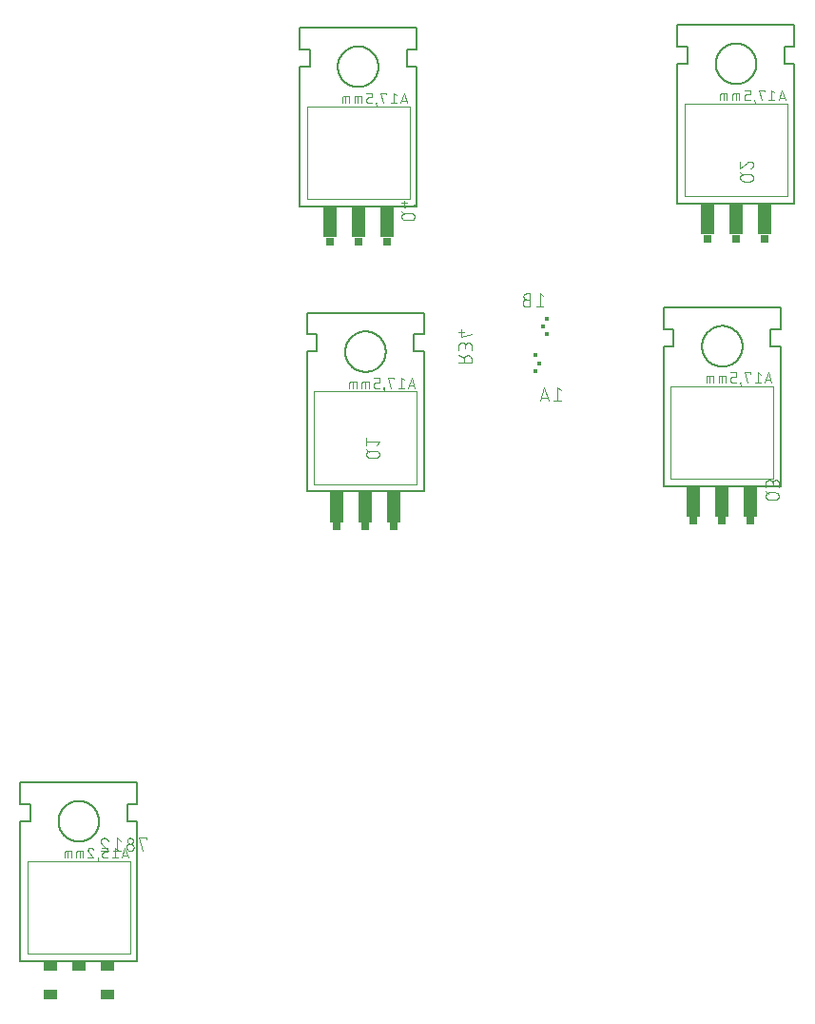
<source format=gbo>
G04 EAGLE Gerber RS-274X export*
G75*
%MOMM*%
%FSLAX34Y34*%
%LPD*%
%INSilkscreen Bottom*%
%IPPOS*%
%AMOC8*
5,1,8,0,0,1.08239X$1,22.5*%
G01*
%ADD10C,0.152400*%
%ADD11C,0.050800*%
%ADD12C,0.101600*%
%ADD13R,0.762000X0.635000*%
%ADD14R,1.270000X2.794000*%
%ADD15R,1.270000X0.889000*%
%ADD16R,0.425000X0.325000*%
%ADD17R,0.350000X0.350000*%


D10*
X424070Y816800D02*
X319930Y816800D01*
X319930Y975550D02*
X424070Y975550D01*
X319930Y941260D02*
X319930Y816800D01*
X319930Y941260D02*
X328820Y941260D01*
X328820Y956500D01*
X319930Y956500D01*
X319930Y975550D01*
X424070Y941260D02*
X424070Y816800D01*
X424070Y941260D02*
X415180Y941260D01*
X415180Y956500D01*
X424070Y956500D01*
X424070Y975550D01*
D11*
X417720Y823150D02*
X326280Y823150D01*
X326280Y905700D01*
X417720Y905700D01*
X417720Y823150D01*
D10*
X353966Y941260D02*
X353971Y941703D01*
X353988Y942145D01*
X354015Y942587D01*
X354053Y943028D01*
X354102Y943468D01*
X354161Y943906D01*
X354232Y944343D01*
X354313Y944778D01*
X354404Y945211D01*
X354506Y945642D01*
X354619Y946070D01*
X354743Y946495D01*
X354876Y946917D01*
X355020Y947335D01*
X355174Y947750D01*
X355339Y948161D01*
X355513Y948568D01*
X355697Y948971D01*
X355892Y949368D01*
X356095Y949761D01*
X356309Y950149D01*
X356532Y950531D01*
X356764Y950908D01*
X357005Y951279D01*
X357256Y951644D01*
X357515Y952003D01*
X357783Y952355D01*
X358060Y952701D01*
X358344Y953039D01*
X358638Y953371D01*
X358939Y953695D01*
X359248Y954012D01*
X359565Y954321D01*
X359889Y954622D01*
X360221Y954916D01*
X360559Y955200D01*
X360905Y955477D01*
X361257Y955745D01*
X361616Y956004D01*
X361981Y956255D01*
X362352Y956496D01*
X362729Y956728D01*
X363111Y956951D01*
X363499Y957165D01*
X363892Y957368D01*
X364289Y957563D01*
X364692Y957747D01*
X365099Y957921D01*
X365510Y958086D01*
X365925Y958240D01*
X366343Y958384D01*
X366765Y958517D01*
X367190Y958641D01*
X367618Y958754D01*
X368049Y958856D01*
X368482Y958947D01*
X368917Y959028D01*
X369354Y959099D01*
X369792Y959158D01*
X370232Y959207D01*
X370673Y959245D01*
X371115Y959272D01*
X371557Y959289D01*
X372000Y959294D01*
X372443Y959289D01*
X372885Y959272D01*
X373327Y959245D01*
X373768Y959207D01*
X374208Y959158D01*
X374646Y959099D01*
X375083Y959028D01*
X375518Y958947D01*
X375951Y958856D01*
X376382Y958754D01*
X376810Y958641D01*
X377235Y958517D01*
X377657Y958384D01*
X378075Y958240D01*
X378490Y958086D01*
X378901Y957921D01*
X379308Y957747D01*
X379711Y957563D01*
X380108Y957368D01*
X380501Y957165D01*
X380889Y956951D01*
X381271Y956728D01*
X381648Y956496D01*
X382019Y956255D01*
X382384Y956004D01*
X382743Y955745D01*
X383095Y955477D01*
X383441Y955200D01*
X383779Y954916D01*
X384111Y954622D01*
X384435Y954321D01*
X384752Y954012D01*
X385061Y953695D01*
X385362Y953371D01*
X385656Y953039D01*
X385940Y952701D01*
X386217Y952355D01*
X386485Y952003D01*
X386744Y951644D01*
X386995Y951279D01*
X387236Y950908D01*
X387468Y950531D01*
X387691Y950149D01*
X387905Y949761D01*
X388108Y949368D01*
X388303Y948971D01*
X388487Y948568D01*
X388661Y948161D01*
X388826Y947750D01*
X388980Y947335D01*
X389124Y946917D01*
X389257Y946495D01*
X389381Y946070D01*
X389494Y945642D01*
X389596Y945211D01*
X389687Y944778D01*
X389768Y944343D01*
X389839Y943906D01*
X389898Y943468D01*
X389947Y943028D01*
X389985Y942587D01*
X390012Y942145D01*
X390029Y941703D01*
X390034Y941260D01*
X390029Y940817D01*
X390012Y940375D01*
X389985Y939933D01*
X389947Y939492D01*
X389898Y939052D01*
X389839Y938614D01*
X389768Y938177D01*
X389687Y937742D01*
X389596Y937309D01*
X389494Y936878D01*
X389381Y936450D01*
X389257Y936025D01*
X389124Y935603D01*
X388980Y935185D01*
X388826Y934770D01*
X388661Y934359D01*
X388487Y933952D01*
X388303Y933549D01*
X388108Y933152D01*
X387905Y932759D01*
X387691Y932371D01*
X387468Y931989D01*
X387236Y931612D01*
X386995Y931241D01*
X386744Y930876D01*
X386485Y930517D01*
X386217Y930165D01*
X385940Y929819D01*
X385656Y929481D01*
X385362Y929149D01*
X385061Y928825D01*
X384752Y928508D01*
X384435Y928199D01*
X384111Y927898D01*
X383779Y927604D01*
X383441Y927320D01*
X383095Y927043D01*
X382743Y926775D01*
X382384Y926516D01*
X382019Y926265D01*
X381648Y926024D01*
X381271Y925792D01*
X380889Y925569D01*
X380501Y925355D01*
X380108Y925152D01*
X379711Y924957D01*
X379308Y924773D01*
X378901Y924599D01*
X378490Y924434D01*
X378075Y924280D01*
X377657Y924136D01*
X377235Y924003D01*
X376810Y923879D01*
X376382Y923766D01*
X375951Y923664D01*
X375518Y923573D01*
X375083Y923492D01*
X374646Y923421D01*
X374208Y923362D01*
X373768Y923313D01*
X373327Y923275D01*
X372885Y923248D01*
X372443Y923231D01*
X372000Y923226D01*
X371557Y923231D01*
X371115Y923248D01*
X370673Y923275D01*
X370232Y923313D01*
X369792Y923362D01*
X369354Y923421D01*
X368917Y923492D01*
X368482Y923573D01*
X368049Y923664D01*
X367618Y923766D01*
X367190Y923879D01*
X366765Y924003D01*
X366343Y924136D01*
X365925Y924280D01*
X365510Y924434D01*
X365099Y924599D01*
X364692Y924773D01*
X364289Y924957D01*
X363892Y925152D01*
X363499Y925355D01*
X363111Y925569D01*
X362729Y925792D01*
X362352Y926024D01*
X361981Y926265D01*
X361616Y926516D01*
X361257Y926775D01*
X360905Y927043D01*
X360559Y927320D01*
X360221Y927604D01*
X359889Y927898D01*
X359565Y928199D01*
X359248Y928508D01*
X358939Y928825D01*
X358638Y929149D01*
X358344Y929481D01*
X358060Y929819D01*
X357783Y930165D01*
X357515Y930517D01*
X357256Y930876D01*
X357005Y931241D01*
X356764Y931612D01*
X356532Y931989D01*
X356309Y932371D01*
X356095Y932759D01*
X355892Y933152D01*
X355697Y933549D01*
X355513Y933952D01*
X355339Y934359D01*
X355174Y934770D01*
X355020Y935185D01*
X354876Y935603D01*
X354743Y936025D01*
X354619Y936450D01*
X354506Y936878D01*
X354404Y937309D01*
X354313Y937742D01*
X354232Y938177D01*
X354161Y938614D01*
X354102Y939052D01*
X354053Y939492D01*
X354015Y939933D01*
X353988Y940375D01*
X353971Y940817D01*
X353966Y941260D01*
D12*
X412894Y917892D02*
X415942Y908748D01*
X409846Y908748D02*
X412894Y917892D01*
X410608Y911034D02*
X415180Y911034D01*
X406290Y915860D02*
X403750Y917892D01*
X403750Y908748D01*
X406290Y908748D02*
X401210Y908748D01*
X397146Y916876D02*
X397146Y917892D01*
X392066Y917892D01*
X394606Y908748D01*
X388498Y908748D02*
X387990Y908748D01*
X388498Y908748D02*
X388498Y909256D01*
X387990Y909256D01*
X387990Y908748D01*
X388752Y906716D01*
X384344Y908748D02*
X381296Y908748D01*
X381207Y908750D01*
X381119Y908756D01*
X381031Y908765D01*
X380943Y908779D01*
X380856Y908796D01*
X380770Y908817D01*
X380685Y908842D01*
X380601Y908871D01*
X380518Y908903D01*
X380437Y908938D01*
X380358Y908978D01*
X380280Y909020D01*
X380204Y909066D01*
X380130Y909115D01*
X380059Y909168D01*
X379990Y909223D01*
X379923Y909282D01*
X379859Y909343D01*
X379798Y909407D01*
X379739Y909474D01*
X379684Y909543D01*
X379631Y909614D01*
X379582Y909688D01*
X379536Y909764D01*
X379494Y909842D01*
X379454Y909921D01*
X379419Y910002D01*
X379387Y910085D01*
X379358Y910169D01*
X379333Y910254D01*
X379312Y910340D01*
X379295Y910427D01*
X379281Y910515D01*
X379272Y910603D01*
X379266Y910691D01*
X379264Y910780D01*
X379264Y911796D01*
X379266Y911885D01*
X379272Y911973D01*
X379281Y912061D01*
X379295Y912149D01*
X379312Y912236D01*
X379333Y912322D01*
X379358Y912407D01*
X379387Y912491D01*
X379419Y912574D01*
X379454Y912655D01*
X379494Y912734D01*
X379536Y912812D01*
X379582Y912888D01*
X379631Y912962D01*
X379684Y913033D01*
X379739Y913102D01*
X379798Y913169D01*
X379859Y913233D01*
X379923Y913294D01*
X379990Y913353D01*
X380059Y913408D01*
X380130Y913461D01*
X380204Y913510D01*
X380280Y913556D01*
X380358Y913598D01*
X380437Y913638D01*
X380518Y913673D01*
X380601Y913705D01*
X380685Y913734D01*
X380770Y913759D01*
X380856Y913780D01*
X380943Y913797D01*
X381031Y913811D01*
X381119Y913820D01*
X381207Y913826D01*
X381296Y913828D01*
X384344Y913828D01*
X384344Y917892D01*
X379264Y917892D01*
X374794Y914844D02*
X374794Y908748D01*
X374794Y914844D02*
X370222Y914844D01*
X370145Y914842D01*
X370068Y914836D01*
X369991Y914826D01*
X369915Y914813D01*
X369840Y914795D01*
X369766Y914774D01*
X369693Y914749D01*
X369621Y914720D01*
X369551Y914688D01*
X369482Y914653D01*
X369416Y914613D01*
X369351Y914571D01*
X369289Y914525D01*
X369229Y914476D01*
X369172Y914425D01*
X369117Y914370D01*
X369066Y914313D01*
X369017Y914253D01*
X368971Y914191D01*
X368929Y914126D01*
X368889Y914060D01*
X368854Y913991D01*
X368822Y913921D01*
X368793Y913849D01*
X368768Y913776D01*
X368747Y913702D01*
X368729Y913627D01*
X368716Y913551D01*
X368706Y913474D01*
X368700Y913397D01*
X368698Y913320D01*
X368698Y908748D01*
X371746Y908748D02*
X371746Y914844D01*
X363821Y914844D02*
X363821Y908748D01*
X363821Y914844D02*
X359249Y914844D01*
X359172Y914842D01*
X359095Y914836D01*
X359018Y914826D01*
X358942Y914813D01*
X358867Y914795D01*
X358793Y914774D01*
X358720Y914749D01*
X358648Y914720D01*
X358578Y914688D01*
X358509Y914653D01*
X358443Y914613D01*
X358378Y914571D01*
X358316Y914525D01*
X358256Y914476D01*
X358199Y914425D01*
X358144Y914370D01*
X358093Y914313D01*
X358044Y914253D01*
X357998Y914191D01*
X357956Y914126D01*
X357916Y914060D01*
X357881Y913991D01*
X357849Y913921D01*
X357820Y913849D01*
X357795Y913776D01*
X357774Y913702D01*
X357756Y913627D01*
X357743Y913551D01*
X357733Y913474D01*
X357727Y913397D01*
X357725Y913320D01*
X357725Y908748D01*
X360773Y908748D02*
X360773Y914844D01*
D13*
X346600Y785685D03*
X372000Y785685D03*
X397400Y785685D03*
D14*
X397400Y802830D03*
X372000Y802830D03*
X346600Y802830D03*
D12*
X413854Y804608D02*
X419046Y804608D01*
X419159Y804610D01*
X419272Y804616D01*
X419385Y804626D01*
X419498Y804640D01*
X419610Y804657D01*
X419721Y804679D01*
X419831Y804704D01*
X419941Y804734D01*
X420049Y804767D01*
X420156Y804804D01*
X420262Y804844D01*
X420366Y804889D01*
X420469Y804937D01*
X420570Y804988D01*
X420669Y805043D01*
X420766Y805101D01*
X420861Y805163D01*
X420954Y805228D01*
X421044Y805296D01*
X421132Y805367D01*
X421218Y805442D01*
X421301Y805519D01*
X421381Y805599D01*
X421458Y805682D01*
X421533Y805768D01*
X421604Y805856D01*
X421672Y805946D01*
X421737Y806039D01*
X421799Y806134D01*
X421857Y806231D01*
X421912Y806330D01*
X421963Y806431D01*
X422011Y806534D01*
X422056Y806638D01*
X422096Y806744D01*
X422133Y806851D01*
X422166Y806959D01*
X422196Y807069D01*
X422221Y807179D01*
X422243Y807290D01*
X422260Y807402D01*
X422274Y807515D01*
X422284Y807628D01*
X422290Y807741D01*
X422292Y807854D01*
X422290Y807967D01*
X422284Y808080D01*
X422274Y808193D01*
X422260Y808306D01*
X422243Y808418D01*
X422221Y808529D01*
X422196Y808639D01*
X422166Y808749D01*
X422133Y808857D01*
X422096Y808964D01*
X422056Y809070D01*
X422011Y809174D01*
X421963Y809277D01*
X421912Y809378D01*
X421857Y809477D01*
X421799Y809574D01*
X421737Y809669D01*
X421672Y809762D01*
X421604Y809852D01*
X421533Y809940D01*
X421458Y810026D01*
X421381Y810109D01*
X421301Y810189D01*
X421218Y810266D01*
X421132Y810341D01*
X421044Y810412D01*
X420954Y810480D01*
X420861Y810545D01*
X420766Y810607D01*
X420669Y810665D01*
X420570Y810720D01*
X420469Y810771D01*
X420366Y810819D01*
X420262Y810864D01*
X420156Y810904D01*
X420049Y810941D01*
X419941Y810974D01*
X419831Y811004D01*
X419721Y811029D01*
X419610Y811051D01*
X419498Y811068D01*
X419385Y811082D01*
X419272Y811092D01*
X419159Y811098D01*
X419046Y811100D01*
X419046Y811099D02*
X413854Y811099D01*
X413854Y811100D02*
X413741Y811098D01*
X413628Y811092D01*
X413515Y811082D01*
X413402Y811068D01*
X413290Y811051D01*
X413179Y811029D01*
X413069Y811004D01*
X412959Y810974D01*
X412851Y810941D01*
X412744Y810904D01*
X412638Y810864D01*
X412534Y810819D01*
X412431Y810771D01*
X412330Y810720D01*
X412231Y810665D01*
X412134Y810607D01*
X412039Y810545D01*
X411946Y810480D01*
X411856Y810412D01*
X411768Y810341D01*
X411682Y810266D01*
X411599Y810189D01*
X411519Y810109D01*
X411442Y810026D01*
X411367Y809940D01*
X411296Y809852D01*
X411228Y809762D01*
X411163Y809669D01*
X411101Y809574D01*
X411043Y809477D01*
X410988Y809378D01*
X410937Y809277D01*
X410889Y809174D01*
X410844Y809070D01*
X410804Y808964D01*
X410767Y808857D01*
X410734Y808749D01*
X410704Y808639D01*
X410679Y808529D01*
X410657Y808418D01*
X410640Y808306D01*
X410626Y808193D01*
X410616Y808080D01*
X410610Y807967D01*
X410608Y807854D01*
X410610Y807741D01*
X410616Y807628D01*
X410626Y807515D01*
X410640Y807402D01*
X410657Y807290D01*
X410679Y807179D01*
X410704Y807069D01*
X410734Y806959D01*
X410767Y806851D01*
X410804Y806744D01*
X410844Y806638D01*
X410889Y806534D01*
X410937Y806431D01*
X410988Y806330D01*
X411043Y806231D01*
X411101Y806134D01*
X411163Y806039D01*
X411228Y805946D01*
X411296Y805856D01*
X411367Y805768D01*
X411442Y805682D01*
X411519Y805599D01*
X411599Y805519D01*
X411682Y805442D01*
X411768Y805367D01*
X411856Y805296D01*
X411946Y805228D01*
X412039Y805163D01*
X412134Y805101D01*
X412231Y805043D01*
X412330Y804988D01*
X412431Y804937D01*
X412534Y804889D01*
X412638Y804844D01*
X412744Y804804D01*
X412851Y804767D01*
X412959Y804734D01*
X413069Y804704D01*
X413179Y804679D01*
X413290Y804657D01*
X413402Y804640D01*
X413515Y804626D01*
X413628Y804616D01*
X413741Y804610D01*
X413854Y804608D01*
X413204Y809801D02*
X410608Y812397D01*
X413204Y815752D02*
X422292Y818348D01*
X413204Y815752D02*
X413204Y822243D01*
X415801Y820296D02*
X410608Y820296D01*
D10*
X430670Y563300D02*
X326530Y563300D01*
X326530Y722050D02*
X430670Y722050D01*
X326530Y687760D02*
X326530Y563300D01*
X326530Y687760D02*
X335420Y687760D01*
X335420Y703000D01*
X326530Y703000D01*
X326530Y722050D01*
X430670Y687760D02*
X430670Y563300D01*
X430670Y687760D02*
X421780Y687760D01*
X421780Y703000D01*
X430670Y703000D01*
X430670Y722050D01*
D11*
X424320Y569650D02*
X332880Y569650D01*
X332880Y652200D01*
X424320Y652200D01*
X424320Y569650D01*
D10*
X360566Y687760D02*
X360571Y688203D01*
X360588Y688645D01*
X360615Y689087D01*
X360653Y689528D01*
X360702Y689968D01*
X360761Y690406D01*
X360832Y690843D01*
X360913Y691278D01*
X361004Y691711D01*
X361106Y692142D01*
X361219Y692570D01*
X361343Y692995D01*
X361476Y693417D01*
X361620Y693835D01*
X361774Y694250D01*
X361939Y694661D01*
X362113Y695068D01*
X362297Y695471D01*
X362492Y695868D01*
X362695Y696261D01*
X362909Y696649D01*
X363132Y697031D01*
X363364Y697408D01*
X363605Y697779D01*
X363856Y698144D01*
X364115Y698503D01*
X364383Y698855D01*
X364660Y699201D01*
X364944Y699539D01*
X365238Y699871D01*
X365539Y700195D01*
X365848Y700512D01*
X366165Y700821D01*
X366489Y701122D01*
X366821Y701416D01*
X367159Y701700D01*
X367505Y701977D01*
X367857Y702245D01*
X368216Y702504D01*
X368581Y702755D01*
X368952Y702996D01*
X369329Y703228D01*
X369711Y703451D01*
X370099Y703665D01*
X370492Y703868D01*
X370889Y704063D01*
X371292Y704247D01*
X371699Y704421D01*
X372110Y704586D01*
X372525Y704740D01*
X372943Y704884D01*
X373365Y705017D01*
X373790Y705141D01*
X374218Y705254D01*
X374649Y705356D01*
X375082Y705447D01*
X375517Y705528D01*
X375954Y705599D01*
X376392Y705658D01*
X376832Y705707D01*
X377273Y705745D01*
X377715Y705772D01*
X378157Y705789D01*
X378600Y705794D01*
X379043Y705789D01*
X379485Y705772D01*
X379927Y705745D01*
X380368Y705707D01*
X380808Y705658D01*
X381246Y705599D01*
X381683Y705528D01*
X382118Y705447D01*
X382551Y705356D01*
X382982Y705254D01*
X383410Y705141D01*
X383835Y705017D01*
X384257Y704884D01*
X384675Y704740D01*
X385090Y704586D01*
X385501Y704421D01*
X385908Y704247D01*
X386311Y704063D01*
X386708Y703868D01*
X387101Y703665D01*
X387489Y703451D01*
X387871Y703228D01*
X388248Y702996D01*
X388619Y702755D01*
X388984Y702504D01*
X389343Y702245D01*
X389695Y701977D01*
X390041Y701700D01*
X390379Y701416D01*
X390711Y701122D01*
X391035Y700821D01*
X391352Y700512D01*
X391661Y700195D01*
X391962Y699871D01*
X392256Y699539D01*
X392540Y699201D01*
X392817Y698855D01*
X393085Y698503D01*
X393344Y698144D01*
X393595Y697779D01*
X393836Y697408D01*
X394068Y697031D01*
X394291Y696649D01*
X394505Y696261D01*
X394708Y695868D01*
X394903Y695471D01*
X395087Y695068D01*
X395261Y694661D01*
X395426Y694250D01*
X395580Y693835D01*
X395724Y693417D01*
X395857Y692995D01*
X395981Y692570D01*
X396094Y692142D01*
X396196Y691711D01*
X396287Y691278D01*
X396368Y690843D01*
X396439Y690406D01*
X396498Y689968D01*
X396547Y689528D01*
X396585Y689087D01*
X396612Y688645D01*
X396629Y688203D01*
X396634Y687760D01*
X396629Y687317D01*
X396612Y686875D01*
X396585Y686433D01*
X396547Y685992D01*
X396498Y685552D01*
X396439Y685114D01*
X396368Y684677D01*
X396287Y684242D01*
X396196Y683809D01*
X396094Y683378D01*
X395981Y682950D01*
X395857Y682525D01*
X395724Y682103D01*
X395580Y681685D01*
X395426Y681270D01*
X395261Y680859D01*
X395087Y680452D01*
X394903Y680049D01*
X394708Y679652D01*
X394505Y679259D01*
X394291Y678871D01*
X394068Y678489D01*
X393836Y678112D01*
X393595Y677741D01*
X393344Y677376D01*
X393085Y677017D01*
X392817Y676665D01*
X392540Y676319D01*
X392256Y675981D01*
X391962Y675649D01*
X391661Y675325D01*
X391352Y675008D01*
X391035Y674699D01*
X390711Y674398D01*
X390379Y674104D01*
X390041Y673820D01*
X389695Y673543D01*
X389343Y673275D01*
X388984Y673016D01*
X388619Y672765D01*
X388248Y672524D01*
X387871Y672292D01*
X387489Y672069D01*
X387101Y671855D01*
X386708Y671652D01*
X386311Y671457D01*
X385908Y671273D01*
X385501Y671099D01*
X385090Y670934D01*
X384675Y670780D01*
X384257Y670636D01*
X383835Y670503D01*
X383410Y670379D01*
X382982Y670266D01*
X382551Y670164D01*
X382118Y670073D01*
X381683Y669992D01*
X381246Y669921D01*
X380808Y669862D01*
X380368Y669813D01*
X379927Y669775D01*
X379485Y669748D01*
X379043Y669731D01*
X378600Y669726D01*
X378157Y669731D01*
X377715Y669748D01*
X377273Y669775D01*
X376832Y669813D01*
X376392Y669862D01*
X375954Y669921D01*
X375517Y669992D01*
X375082Y670073D01*
X374649Y670164D01*
X374218Y670266D01*
X373790Y670379D01*
X373365Y670503D01*
X372943Y670636D01*
X372525Y670780D01*
X372110Y670934D01*
X371699Y671099D01*
X371292Y671273D01*
X370889Y671457D01*
X370492Y671652D01*
X370099Y671855D01*
X369711Y672069D01*
X369329Y672292D01*
X368952Y672524D01*
X368581Y672765D01*
X368216Y673016D01*
X367857Y673275D01*
X367505Y673543D01*
X367159Y673820D01*
X366821Y674104D01*
X366489Y674398D01*
X366165Y674699D01*
X365848Y675008D01*
X365539Y675325D01*
X365238Y675649D01*
X364944Y675981D01*
X364660Y676319D01*
X364383Y676665D01*
X364115Y677017D01*
X363856Y677376D01*
X363605Y677741D01*
X363364Y678112D01*
X363132Y678489D01*
X362909Y678871D01*
X362695Y679259D01*
X362492Y679652D01*
X362297Y680049D01*
X362113Y680452D01*
X361939Y680859D01*
X361774Y681270D01*
X361620Y681685D01*
X361476Y682103D01*
X361343Y682525D01*
X361219Y682950D01*
X361106Y683378D01*
X361004Y683809D01*
X360913Y684242D01*
X360832Y684677D01*
X360761Y685114D01*
X360702Y685552D01*
X360653Y685992D01*
X360615Y686433D01*
X360588Y686875D01*
X360571Y687317D01*
X360566Y687760D01*
D12*
X419494Y664392D02*
X422542Y655248D01*
X416446Y655248D02*
X419494Y664392D01*
X417208Y657534D02*
X421780Y657534D01*
X412890Y662360D02*
X410350Y664392D01*
X410350Y655248D01*
X412890Y655248D02*
X407810Y655248D01*
X403746Y663376D02*
X403746Y664392D01*
X398666Y664392D01*
X401206Y655248D01*
X395098Y655248D02*
X394590Y655248D01*
X395098Y655248D02*
X395098Y655756D01*
X394590Y655756D01*
X394590Y655248D01*
X395352Y653216D01*
X390944Y655248D02*
X387896Y655248D01*
X387807Y655250D01*
X387719Y655256D01*
X387631Y655265D01*
X387543Y655279D01*
X387456Y655296D01*
X387370Y655317D01*
X387285Y655342D01*
X387201Y655371D01*
X387118Y655403D01*
X387037Y655438D01*
X386958Y655478D01*
X386880Y655520D01*
X386804Y655566D01*
X386730Y655615D01*
X386659Y655668D01*
X386590Y655723D01*
X386523Y655782D01*
X386459Y655843D01*
X386398Y655907D01*
X386339Y655974D01*
X386284Y656043D01*
X386231Y656114D01*
X386182Y656188D01*
X386136Y656264D01*
X386094Y656342D01*
X386054Y656421D01*
X386019Y656502D01*
X385987Y656585D01*
X385958Y656669D01*
X385933Y656754D01*
X385912Y656840D01*
X385895Y656927D01*
X385881Y657015D01*
X385872Y657103D01*
X385866Y657191D01*
X385864Y657280D01*
X385864Y658296D01*
X385866Y658385D01*
X385872Y658473D01*
X385881Y658561D01*
X385895Y658649D01*
X385912Y658736D01*
X385933Y658822D01*
X385958Y658907D01*
X385987Y658991D01*
X386019Y659074D01*
X386054Y659155D01*
X386094Y659234D01*
X386136Y659312D01*
X386182Y659388D01*
X386231Y659462D01*
X386284Y659533D01*
X386339Y659602D01*
X386398Y659669D01*
X386459Y659733D01*
X386523Y659794D01*
X386590Y659853D01*
X386659Y659908D01*
X386730Y659961D01*
X386804Y660010D01*
X386880Y660056D01*
X386958Y660098D01*
X387037Y660138D01*
X387118Y660173D01*
X387201Y660205D01*
X387285Y660234D01*
X387370Y660259D01*
X387456Y660280D01*
X387543Y660297D01*
X387631Y660311D01*
X387719Y660320D01*
X387807Y660326D01*
X387896Y660328D01*
X390944Y660328D01*
X390944Y664392D01*
X385864Y664392D01*
X381394Y661344D02*
X381394Y655248D01*
X381394Y661344D02*
X376822Y661344D01*
X376745Y661342D01*
X376668Y661336D01*
X376591Y661326D01*
X376515Y661313D01*
X376440Y661295D01*
X376366Y661274D01*
X376293Y661249D01*
X376221Y661220D01*
X376151Y661188D01*
X376082Y661153D01*
X376016Y661113D01*
X375951Y661071D01*
X375889Y661025D01*
X375829Y660976D01*
X375772Y660925D01*
X375717Y660870D01*
X375666Y660813D01*
X375617Y660753D01*
X375571Y660691D01*
X375529Y660626D01*
X375489Y660560D01*
X375454Y660491D01*
X375422Y660421D01*
X375393Y660349D01*
X375368Y660276D01*
X375347Y660202D01*
X375329Y660127D01*
X375316Y660051D01*
X375306Y659974D01*
X375300Y659897D01*
X375298Y659820D01*
X375298Y655248D01*
X378346Y655248D02*
X378346Y661344D01*
X370421Y661344D02*
X370421Y655248D01*
X370421Y661344D02*
X365849Y661344D01*
X365772Y661342D01*
X365695Y661336D01*
X365618Y661326D01*
X365542Y661313D01*
X365467Y661295D01*
X365393Y661274D01*
X365320Y661249D01*
X365248Y661220D01*
X365178Y661188D01*
X365109Y661153D01*
X365043Y661113D01*
X364978Y661071D01*
X364916Y661025D01*
X364856Y660976D01*
X364799Y660925D01*
X364744Y660870D01*
X364693Y660813D01*
X364644Y660753D01*
X364598Y660691D01*
X364556Y660626D01*
X364516Y660560D01*
X364481Y660491D01*
X364449Y660421D01*
X364420Y660349D01*
X364395Y660276D01*
X364374Y660202D01*
X364356Y660127D01*
X364343Y660051D01*
X364333Y659974D01*
X364327Y659897D01*
X364325Y659820D01*
X364325Y655248D01*
X367373Y655248D02*
X367373Y661344D01*
D13*
X353200Y532185D03*
X378600Y532185D03*
X404000Y532185D03*
D14*
X404000Y549330D03*
X378600Y549330D03*
X353200Y549330D03*
D12*
X382454Y593108D02*
X387646Y593108D01*
X387759Y593110D01*
X387872Y593116D01*
X387985Y593126D01*
X388098Y593140D01*
X388210Y593157D01*
X388321Y593179D01*
X388431Y593204D01*
X388541Y593234D01*
X388649Y593267D01*
X388756Y593304D01*
X388862Y593344D01*
X388966Y593389D01*
X389069Y593437D01*
X389170Y593488D01*
X389269Y593543D01*
X389366Y593601D01*
X389461Y593663D01*
X389554Y593728D01*
X389644Y593796D01*
X389732Y593867D01*
X389818Y593942D01*
X389901Y594019D01*
X389981Y594099D01*
X390058Y594182D01*
X390133Y594268D01*
X390204Y594356D01*
X390272Y594446D01*
X390337Y594539D01*
X390399Y594634D01*
X390457Y594731D01*
X390512Y594830D01*
X390563Y594931D01*
X390611Y595034D01*
X390656Y595138D01*
X390696Y595244D01*
X390733Y595351D01*
X390766Y595459D01*
X390796Y595569D01*
X390821Y595679D01*
X390843Y595790D01*
X390860Y595902D01*
X390874Y596015D01*
X390884Y596128D01*
X390890Y596241D01*
X390892Y596354D01*
X390890Y596467D01*
X390884Y596580D01*
X390874Y596693D01*
X390860Y596806D01*
X390843Y596918D01*
X390821Y597029D01*
X390796Y597139D01*
X390766Y597249D01*
X390733Y597357D01*
X390696Y597464D01*
X390656Y597570D01*
X390611Y597674D01*
X390563Y597777D01*
X390512Y597878D01*
X390457Y597977D01*
X390399Y598074D01*
X390337Y598169D01*
X390272Y598262D01*
X390204Y598352D01*
X390133Y598440D01*
X390058Y598526D01*
X389981Y598609D01*
X389901Y598689D01*
X389818Y598766D01*
X389732Y598841D01*
X389644Y598912D01*
X389554Y598980D01*
X389461Y599045D01*
X389366Y599107D01*
X389269Y599165D01*
X389170Y599220D01*
X389069Y599271D01*
X388966Y599319D01*
X388862Y599364D01*
X388756Y599404D01*
X388649Y599441D01*
X388541Y599474D01*
X388431Y599504D01*
X388321Y599529D01*
X388210Y599551D01*
X388098Y599568D01*
X387985Y599582D01*
X387872Y599592D01*
X387759Y599598D01*
X387646Y599600D01*
X387646Y599599D02*
X382454Y599599D01*
X382454Y599600D02*
X382341Y599598D01*
X382228Y599592D01*
X382115Y599582D01*
X382002Y599568D01*
X381890Y599551D01*
X381779Y599529D01*
X381669Y599504D01*
X381559Y599474D01*
X381451Y599441D01*
X381344Y599404D01*
X381238Y599364D01*
X381134Y599319D01*
X381031Y599271D01*
X380930Y599220D01*
X380831Y599165D01*
X380734Y599107D01*
X380639Y599045D01*
X380546Y598980D01*
X380456Y598912D01*
X380368Y598841D01*
X380282Y598766D01*
X380199Y598689D01*
X380119Y598609D01*
X380042Y598526D01*
X379967Y598440D01*
X379896Y598352D01*
X379828Y598262D01*
X379763Y598169D01*
X379701Y598074D01*
X379643Y597977D01*
X379588Y597878D01*
X379537Y597777D01*
X379489Y597674D01*
X379444Y597570D01*
X379404Y597464D01*
X379367Y597357D01*
X379334Y597249D01*
X379304Y597139D01*
X379279Y597029D01*
X379257Y596918D01*
X379240Y596806D01*
X379226Y596693D01*
X379216Y596580D01*
X379210Y596467D01*
X379208Y596354D01*
X379210Y596241D01*
X379216Y596128D01*
X379226Y596015D01*
X379240Y595902D01*
X379257Y595790D01*
X379279Y595679D01*
X379304Y595569D01*
X379334Y595459D01*
X379367Y595351D01*
X379404Y595244D01*
X379444Y595138D01*
X379489Y595034D01*
X379537Y594931D01*
X379588Y594830D01*
X379643Y594731D01*
X379701Y594634D01*
X379763Y594539D01*
X379828Y594446D01*
X379896Y594356D01*
X379967Y594268D01*
X380042Y594182D01*
X380119Y594099D01*
X380199Y594019D01*
X380282Y593942D01*
X380368Y593867D01*
X380456Y593796D01*
X380546Y593728D01*
X380639Y593663D01*
X380734Y593601D01*
X380831Y593543D01*
X380930Y593488D01*
X381031Y593437D01*
X381134Y593389D01*
X381238Y593344D01*
X381344Y593304D01*
X381451Y593267D01*
X381559Y593234D01*
X381669Y593204D01*
X381779Y593179D01*
X381890Y593157D01*
X382002Y593140D01*
X382115Y593126D01*
X382228Y593116D01*
X382341Y593110D01*
X382454Y593108D01*
X381804Y598301D02*
X379208Y600897D01*
X388296Y604252D02*
X390892Y607497D01*
X379208Y607497D01*
X379208Y604252D02*
X379208Y610743D01*
D10*
X656430Y819400D02*
X760570Y819400D01*
X760570Y978150D02*
X656430Y978150D01*
X656430Y943860D02*
X656430Y819400D01*
X656430Y943860D02*
X665320Y943860D01*
X665320Y959100D01*
X656430Y959100D01*
X656430Y978150D01*
X760570Y943860D02*
X760570Y819400D01*
X760570Y943860D02*
X751680Y943860D01*
X751680Y959100D01*
X760570Y959100D01*
X760570Y978150D01*
D11*
X754220Y825750D02*
X662780Y825750D01*
X662780Y908300D01*
X754220Y908300D01*
X754220Y825750D01*
D10*
X690466Y943860D02*
X690471Y944303D01*
X690488Y944745D01*
X690515Y945187D01*
X690553Y945628D01*
X690602Y946068D01*
X690661Y946506D01*
X690732Y946943D01*
X690813Y947378D01*
X690904Y947811D01*
X691006Y948242D01*
X691119Y948670D01*
X691243Y949095D01*
X691376Y949517D01*
X691520Y949935D01*
X691674Y950350D01*
X691839Y950761D01*
X692013Y951168D01*
X692197Y951571D01*
X692392Y951968D01*
X692595Y952361D01*
X692809Y952749D01*
X693032Y953131D01*
X693264Y953508D01*
X693505Y953879D01*
X693756Y954244D01*
X694015Y954603D01*
X694283Y954955D01*
X694560Y955301D01*
X694844Y955639D01*
X695138Y955971D01*
X695439Y956295D01*
X695748Y956612D01*
X696065Y956921D01*
X696389Y957222D01*
X696721Y957516D01*
X697059Y957800D01*
X697405Y958077D01*
X697757Y958345D01*
X698116Y958604D01*
X698481Y958855D01*
X698852Y959096D01*
X699229Y959328D01*
X699611Y959551D01*
X699999Y959765D01*
X700392Y959968D01*
X700789Y960163D01*
X701192Y960347D01*
X701599Y960521D01*
X702010Y960686D01*
X702425Y960840D01*
X702843Y960984D01*
X703265Y961117D01*
X703690Y961241D01*
X704118Y961354D01*
X704549Y961456D01*
X704982Y961547D01*
X705417Y961628D01*
X705854Y961699D01*
X706292Y961758D01*
X706732Y961807D01*
X707173Y961845D01*
X707615Y961872D01*
X708057Y961889D01*
X708500Y961894D01*
X708943Y961889D01*
X709385Y961872D01*
X709827Y961845D01*
X710268Y961807D01*
X710708Y961758D01*
X711146Y961699D01*
X711583Y961628D01*
X712018Y961547D01*
X712451Y961456D01*
X712882Y961354D01*
X713310Y961241D01*
X713735Y961117D01*
X714157Y960984D01*
X714575Y960840D01*
X714990Y960686D01*
X715401Y960521D01*
X715808Y960347D01*
X716211Y960163D01*
X716608Y959968D01*
X717001Y959765D01*
X717389Y959551D01*
X717771Y959328D01*
X718148Y959096D01*
X718519Y958855D01*
X718884Y958604D01*
X719243Y958345D01*
X719595Y958077D01*
X719941Y957800D01*
X720279Y957516D01*
X720611Y957222D01*
X720935Y956921D01*
X721252Y956612D01*
X721561Y956295D01*
X721862Y955971D01*
X722156Y955639D01*
X722440Y955301D01*
X722717Y954955D01*
X722985Y954603D01*
X723244Y954244D01*
X723495Y953879D01*
X723736Y953508D01*
X723968Y953131D01*
X724191Y952749D01*
X724405Y952361D01*
X724608Y951968D01*
X724803Y951571D01*
X724987Y951168D01*
X725161Y950761D01*
X725326Y950350D01*
X725480Y949935D01*
X725624Y949517D01*
X725757Y949095D01*
X725881Y948670D01*
X725994Y948242D01*
X726096Y947811D01*
X726187Y947378D01*
X726268Y946943D01*
X726339Y946506D01*
X726398Y946068D01*
X726447Y945628D01*
X726485Y945187D01*
X726512Y944745D01*
X726529Y944303D01*
X726534Y943860D01*
X726529Y943417D01*
X726512Y942975D01*
X726485Y942533D01*
X726447Y942092D01*
X726398Y941652D01*
X726339Y941214D01*
X726268Y940777D01*
X726187Y940342D01*
X726096Y939909D01*
X725994Y939478D01*
X725881Y939050D01*
X725757Y938625D01*
X725624Y938203D01*
X725480Y937785D01*
X725326Y937370D01*
X725161Y936959D01*
X724987Y936552D01*
X724803Y936149D01*
X724608Y935752D01*
X724405Y935359D01*
X724191Y934971D01*
X723968Y934589D01*
X723736Y934212D01*
X723495Y933841D01*
X723244Y933476D01*
X722985Y933117D01*
X722717Y932765D01*
X722440Y932419D01*
X722156Y932081D01*
X721862Y931749D01*
X721561Y931425D01*
X721252Y931108D01*
X720935Y930799D01*
X720611Y930498D01*
X720279Y930204D01*
X719941Y929920D01*
X719595Y929643D01*
X719243Y929375D01*
X718884Y929116D01*
X718519Y928865D01*
X718148Y928624D01*
X717771Y928392D01*
X717389Y928169D01*
X717001Y927955D01*
X716608Y927752D01*
X716211Y927557D01*
X715808Y927373D01*
X715401Y927199D01*
X714990Y927034D01*
X714575Y926880D01*
X714157Y926736D01*
X713735Y926603D01*
X713310Y926479D01*
X712882Y926366D01*
X712451Y926264D01*
X712018Y926173D01*
X711583Y926092D01*
X711146Y926021D01*
X710708Y925962D01*
X710268Y925913D01*
X709827Y925875D01*
X709385Y925848D01*
X708943Y925831D01*
X708500Y925826D01*
X708057Y925831D01*
X707615Y925848D01*
X707173Y925875D01*
X706732Y925913D01*
X706292Y925962D01*
X705854Y926021D01*
X705417Y926092D01*
X704982Y926173D01*
X704549Y926264D01*
X704118Y926366D01*
X703690Y926479D01*
X703265Y926603D01*
X702843Y926736D01*
X702425Y926880D01*
X702010Y927034D01*
X701599Y927199D01*
X701192Y927373D01*
X700789Y927557D01*
X700392Y927752D01*
X699999Y927955D01*
X699611Y928169D01*
X699229Y928392D01*
X698852Y928624D01*
X698481Y928865D01*
X698116Y929116D01*
X697757Y929375D01*
X697405Y929643D01*
X697059Y929920D01*
X696721Y930204D01*
X696389Y930498D01*
X696065Y930799D01*
X695748Y931108D01*
X695439Y931425D01*
X695138Y931749D01*
X694844Y932081D01*
X694560Y932419D01*
X694283Y932765D01*
X694015Y933117D01*
X693756Y933476D01*
X693505Y933841D01*
X693264Y934212D01*
X693032Y934589D01*
X692809Y934971D01*
X692595Y935359D01*
X692392Y935752D01*
X692197Y936149D01*
X692013Y936552D01*
X691839Y936959D01*
X691674Y937370D01*
X691520Y937785D01*
X691376Y938203D01*
X691243Y938625D01*
X691119Y939050D01*
X691006Y939478D01*
X690904Y939909D01*
X690813Y940342D01*
X690732Y940777D01*
X690661Y941214D01*
X690602Y941652D01*
X690553Y942092D01*
X690515Y942533D01*
X690488Y942975D01*
X690471Y943417D01*
X690466Y943860D01*
D12*
X749394Y920492D02*
X752442Y911348D01*
X746346Y911348D02*
X749394Y920492D01*
X747108Y913634D02*
X751680Y913634D01*
X742790Y918460D02*
X740250Y920492D01*
X740250Y911348D01*
X742790Y911348D02*
X737710Y911348D01*
X733646Y919476D02*
X733646Y920492D01*
X728566Y920492D01*
X731106Y911348D01*
X724998Y911348D02*
X724490Y911348D01*
X724998Y911348D02*
X724998Y911856D01*
X724490Y911856D01*
X724490Y911348D01*
X725252Y909316D01*
X720844Y911348D02*
X717796Y911348D01*
X717707Y911350D01*
X717619Y911356D01*
X717531Y911365D01*
X717443Y911379D01*
X717356Y911396D01*
X717270Y911417D01*
X717185Y911442D01*
X717101Y911471D01*
X717018Y911503D01*
X716937Y911538D01*
X716858Y911578D01*
X716780Y911620D01*
X716704Y911666D01*
X716630Y911715D01*
X716559Y911768D01*
X716490Y911823D01*
X716423Y911882D01*
X716359Y911943D01*
X716298Y912007D01*
X716239Y912074D01*
X716184Y912143D01*
X716131Y912214D01*
X716082Y912288D01*
X716036Y912364D01*
X715994Y912442D01*
X715954Y912521D01*
X715919Y912602D01*
X715887Y912685D01*
X715858Y912769D01*
X715833Y912854D01*
X715812Y912940D01*
X715795Y913027D01*
X715781Y913115D01*
X715772Y913203D01*
X715766Y913291D01*
X715764Y913380D01*
X715764Y914396D01*
X715766Y914485D01*
X715772Y914573D01*
X715781Y914661D01*
X715795Y914749D01*
X715812Y914836D01*
X715833Y914922D01*
X715858Y915007D01*
X715887Y915091D01*
X715919Y915174D01*
X715954Y915255D01*
X715994Y915334D01*
X716036Y915412D01*
X716082Y915488D01*
X716131Y915562D01*
X716184Y915633D01*
X716239Y915702D01*
X716298Y915769D01*
X716359Y915833D01*
X716423Y915894D01*
X716490Y915953D01*
X716559Y916008D01*
X716630Y916061D01*
X716704Y916110D01*
X716780Y916156D01*
X716858Y916198D01*
X716937Y916238D01*
X717018Y916273D01*
X717101Y916305D01*
X717185Y916334D01*
X717270Y916359D01*
X717356Y916380D01*
X717443Y916397D01*
X717531Y916411D01*
X717619Y916420D01*
X717707Y916426D01*
X717796Y916428D01*
X720844Y916428D01*
X720844Y920492D01*
X715764Y920492D01*
X711294Y917444D02*
X711294Y911348D01*
X711294Y917444D02*
X706722Y917444D01*
X706645Y917442D01*
X706568Y917436D01*
X706491Y917426D01*
X706415Y917413D01*
X706340Y917395D01*
X706266Y917374D01*
X706193Y917349D01*
X706121Y917320D01*
X706051Y917288D01*
X705982Y917253D01*
X705916Y917213D01*
X705851Y917171D01*
X705789Y917125D01*
X705729Y917076D01*
X705672Y917025D01*
X705617Y916970D01*
X705566Y916913D01*
X705517Y916853D01*
X705471Y916791D01*
X705429Y916726D01*
X705389Y916660D01*
X705354Y916591D01*
X705322Y916521D01*
X705293Y916449D01*
X705268Y916376D01*
X705247Y916302D01*
X705229Y916227D01*
X705216Y916151D01*
X705206Y916074D01*
X705200Y915997D01*
X705198Y915920D01*
X705198Y911348D01*
X708246Y911348D02*
X708246Y917444D01*
X700321Y917444D02*
X700321Y911348D01*
X700321Y917444D02*
X695749Y917444D01*
X695672Y917442D01*
X695595Y917436D01*
X695518Y917426D01*
X695442Y917413D01*
X695367Y917395D01*
X695293Y917374D01*
X695220Y917349D01*
X695148Y917320D01*
X695078Y917288D01*
X695009Y917253D01*
X694943Y917213D01*
X694878Y917171D01*
X694816Y917125D01*
X694756Y917076D01*
X694699Y917025D01*
X694644Y916970D01*
X694593Y916913D01*
X694544Y916853D01*
X694498Y916791D01*
X694456Y916726D01*
X694416Y916660D01*
X694381Y916591D01*
X694349Y916521D01*
X694320Y916449D01*
X694295Y916376D01*
X694274Y916302D01*
X694256Y916227D01*
X694243Y916151D01*
X694233Y916074D01*
X694227Y915997D01*
X694225Y915920D01*
X694225Y911348D01*
X697273Y911348D02*
X697273Y917444D01*
D13*
X683100Y788285D03*
X708500Y788285D03*
X733900Y788285D03*
D14*
X733900Y805430D03*
X708500Y805430D03*
X683100Y805430D03*
D12*
X715354Y839208D02*
X720546Y839208D01*
X720659Y839210D01*
X720772Y839216D01*
X720885Y839226D01*
X720998Y839240D01*
X721110Y839257D01*
X721221Y839279D01*
X721331Y839304D01*
X721441Y839334D01*
X721549Y839367D01*
X721656Y839404D01*
X721762Y839444D01*
X721866Y839489D01*
X721969Y839537D01*
X722070Y839588D01*
X722169Y839643D01*
X722266Y839701D01*
X722361Y839763D01*
X722454Y839828D01*
X722544Y839896D01*
X722632Y839967D01*
X722718Y840042D01*
X722801Y840119D01*
X722881Y840199D01*
X722958Y840282D01*
X723033Y840368D01*
X723104Y840456D01*
X723172Y840546D01*
X723237Y840639D01*
X723299Y840734D01*
X723357Y840831D01*
X723412Y840930D01*
X723463Y841031D01*
X723511Y841134D01*
X723556Y841238D01*
X723596Y841344D01*
X723633Y841451D01*
X723666Y841559D01*
X723696Y841669D01*
X723721Y841779D01*
X723743Y841890D01*
X723760Y842002D01*
X723774Y842115D01*
X723784Y842228D01*
X723790Y842341D01*
X723792Y842454D01*
X723790Y842567D01*
X723784Y842680D01*
X723774Y842793D01*
X723760Y842906D01*
X723743Y843018D01*
X723721Y843129D01*
X723696Y843239D01*
X723666Y843349D01*
X723633Y843457D01*
X723596Y843564D01*
X723556Y843670D01*
X723511Y843774D01*
X723463Y843877D01*
X723412Y843978D01*
X723357Y844077D01*
X723299Y844174D01*
X723237Y844269D01*
X723172Y844362D01*
X723104Y844452D01*
X723033Y844540D01*
X722958Y844626D01*
X722881Y844709D01*
X722801Y844789D01*
X722718Y844866D01*
X722632Y844941D01*
X722544Y845012D01*
X722454Y845080D01*
X722361Y845145D01*
X722266Y845207D01*
X722169Y845265D01*
X722070Y845320D01*
X721969Y845371D01*
X721866Y845419D01*
X721762Y845464D01*
X721656Y845504D01*
X721549Y845541D01*
X721441Y845574D01*
X721331Y845604D01*
X721221Y845629D01*
X721110Y845651D01*
X720998Y845668D01*
X720885Y845682D01*
X720772Y845692D01*
X720659Y845698D01*
X720546Y845700D01*
X720546Y845699D02*
X715354Y845699D01*
X715354Y845700D02*
X715241Y845698D01*
X715128Y845692D01*
X715015Y845682D01*
X714902Y845668D01*
X714790Y845651D01*
X714679Y845629D01*
X714569Y845604D01*
X714459Y845574D01*
X714351Y845541D01*
X714244Y845504D01*
X714138Y845464D01*
X714034Y845419D01*
X713931Y845371D01*
X713830Y845320D01*
X713731Y845265D01*
X713634Y845207D01*
X713539Y845145D01*
X713446Y845080D01*
X713356Y845012D01*
X713268Y844941D01*
X713182Y844866D01*
X713099Y844789D01*
X713019Y844709D01*
X712942Y844626D01*
X712867Y844540D01*
X712796Y844452D01*
X712728Y844362D01*
X712663Y844269D01*
X712601Y844174D01*
X712543Y844077D01*
X712488Y843978D01*
X712437Y843877D01*
X712389Y843774D01*
X712344Y843670D01*
X712304Y843564D01*
X712267Y843457D01*
X712234Y843349D01*
X712204Y843239D01*
X712179Y843129D01*
X712157Y843018D01*
X712140Y842906D01*
X712126Y842793D01*
X712116Y842680D01*
X712110Y842567D01*
X712108Y842454D01*
X712110Y842341D01*
X712116Y842228D01*
X712126Y842115D01*
X712140Y842002D01*
X712157Y841890D01*
X712179Y841779D01*
X712204Y841669D01*
X712234Y841559D01*
X712267Y841451D01*
X712304Y841344D01*
X712344Y841238D01*
X712389Y841134D01*
X712437Y841031D01*
X712488Y840930D01*
X712543Y840831D01*
X712601Y840734D01*
X712663Y840639D01*
X712728Y840546D01*
X712796Y840456D01*
X712867Y840368D01*
X712942Y840282D01*
X713019Y840199D01*
X713099Y840119D01*
X713182Y840042D01*
X713268Y839967D01*
X713356Y839896D01*
X713446Y839828D01*
X713539Y839763D01*
X713634Y839701D01*
X713731Y839643D01*
X713830Y839588D01*
X713931Y839537D01*
X714034Y839489D01*
X714138Y839444D01*
X714244Y839404D01*
X714351Y839367D01*
X714459Y839334D01*
X714569Y839304D01*
X714679Y839279D01*
X714790Y839257D01*
X714902Y839240D01*
X715015Y839226D01*
X715128Y839216D01*
X715241Y839210D01*
X715354Y839208D01*
X714704Y844401D02*
X712108Y846997D01*
X720871Y856843D02*
X720978Y856841D01*
X721084Y856835D01*
X721190Y856825D01*
X721296Y856812D01*
X721402Y856794D01*
X721506Y856773D01*
X721610Y856748D01*
X721713Y856719D01*
X721814Y856687D01*
X721914Y856650D01*
X722013Y856610D01*
X722111Y856567D01*
X722207Y856520D01*
X722301Y856469D01*
X722393Y856415D01*
X722483Y856358D01*
X722571Y856298D01*
X722656Y856234D01*
X722739Y856167D01*
X722820Y856097D01*
X722898Y856025D01*
X722974Y855949D01*
X723046Y855871D01*
X723116Y855790D01*
X723183Y855707D01*
X723247Y855622D01*
X723307Y855534D01*
X723364Y855444D01*
X723418Y855352D01*
X723469Y855258D01*
X723516Y855162D01*
X723559Y855064D01*
X723599Y854965D01*
X723636Y854865D01*
X723668Y854764D01*
X723697Y854661D01*
X723722Y854557D01*
X723743Y854453D01*
X723761Y854347D01*
X723774Y854241D01*
X723784Y854135D01*
X723790Y854029D01*
X723792Y853922D01*
X723790Y853801D01*
X723784Y853680D01*
X723774Y853560D01*
X723761Y853439D01*
X723743Y853320D01*
X723722Y853200D01*
X723697Y853082D01*
X723668Y852965D01*
X723635Y852848D01*
X723599Y852733D01*
X723558Y852619D01*
X723515Y852506D01*
X723467Y852394D01*
X723416Y852285D01*
X723361Y852177D01*
X723303Y852070D01*
X723242Y851966D01*
X723177Y851864D01*
X723109Y851764D01*
X723038Y851666D01*
X722964Y851570D01*
X722887Y851477D01*
X722806Y851387D01*
X722723Y851299D01*
X722637Y851214D01*
X722548Y851131D01*
X722457Y851052D01*
X722363Y850975D01*
X722267Y850902D01*
X722169Y850832D01*
X722068Y850765D01*
X721965Y850701D01*
X721860Y850641D01*
X721753Y850584D01*
X721645Y850530D01*
X721535Y850480D01*
X721423Y850434D01*
X721310Y850391D01*
X721195Y850352D01*
X718599Y855869D02*
X718676Y855948D01*
X718757Y856024D01*
X718840Y856097D01*
X718925Y856167D01*
X719013Y856234D01*
X719103Y856298D01*
X719195Y856358D01*
X719290Y856415D01*
X719386Y856469D01*
X719484Y856520D01*
X719584Y856567D01*
X719686Y856611D01*
X719789Y856651D01*
X719893Y856687D01*
X719999Y856719D01*
X720105Y856748D01*
X720213Y856773D01*
X720321Y856795D01*
X720431Y856812D01*
X720540Y856826D01*
X720650Y856835D01*
X720761Y856841D01*
X720871Y856843D01*
X718599Y855869D02*
X712108Y850352D01*
X712108Y856843D01*
D10*
X748270Y568100D02*
X644130Y568100D01*
X644130Y726850D02*
X748270Y726850D01*
X644130Y692560D02*
X644130Y568100D01*
X644130Y692560D02*
X653020Y692560D01*
X653020Y707800D01*
X644130Y707800D01*
X644130Y726850D01*
X748270Y692560D02*
X748270Y568100D01*
X748270Y692560D02*
X739380Y692560D01*
X739380Y707800D01*
X748270Y707800D01*
X748270Y726850D01*
D11*
X741920Y574450D02*
X650480Y574450D01*
X650480Y657000D01*
X741920Y657000D01*
X741920Y574450D01*
D10*
X678166Y692560D02*
X678171Y693003D01*
X678188Y693445D01*
X678215Y693887D01*
X678253Y694328D01*
X678302Y694768D01*
X678361Y695206D01*
X678432Y695643D01*
X678513Y696078D01*
X678604Y696511D01*
X678706Y696942D01*
X678819Y697370D01*
X678943Y697795D01*
X679076Y698217D01*
X679220Y698635D01*
X679374Y699050D01*
X679539Y699461D01*
X679713Y699868D01*
X679897Y700271D01*
X680092Y700668D01*
X680295Y701061D01*
X680509Y701449D01*
X680732Y701831D01*
X680964Y702208D01*
X681205Y702579D01*
X681456Y702944D01*
X681715Y703303D01*
X681983Y703655D01*
X682260Y704001D01*
X682544Y704339D01*
X682838Y704671D01*
X683139Y704995D01*
X683448Y705312D01*
X683765Y705621D01*
X684089Y705922D01*
X684421Y706216D01*
X684759Y706500D01*
X685105Y706777D01*
X685457Y707045D01*
X685816Y707304D01*
X686181Y707555D01*
X686552Y707796D01*
X686929Y708028D01*
X687311Y708251D01*
X687699Y708465D01*
X688092Y708668D01*
X688489Y708863D01*
X688892Y709047D01*
X689299Y709221D01*
X689710Y709386D01*
X690125Y709540D01*
X690543Y709684D01*
X690965Y709817D01*
X691390Y709941D01*
X691818Y710054D01*
X692249Y710156D01*
X692682Y710247D01*
X693117Y710328D01*
X693554Y710399D01*
X693992Y710458D01*
X694432Y710507D01*
X694873Y710545D01*
X695315Y710572D01*
X695757Y710589D01*
X696200Y710594D01*
X696643Y710589D01*
X697085Y710572D01*
X697527Y710545D01*
X697968Y710507D01*
X698408Y710458D01*
X698846Y710399D01*
X699283Y710328D01*
X699718Y710247D01*
X700151Y710156D01*
X700582Y710054D01*
X701010Y709941D01*
X701435Y709817D01*
X701857Y709684D01*
X702275Y709540D01*
X702690Y709386D01*
X703101Y709221D01*
X703508Y709047D01*
X703911Y708863D01*
X704308Y708668D01*
X704701Y708465D01*
X705089Y708251D01*
X705471Y708028D01*
X705848Y707796D01*
X706219Y707555D01*
X706584Y707304D01*
X706943Y707045D01*
X707295Y706777D01*
X707641Y706500D01*
X707979Y706216D01*
X708311Y705922D01*
X708635Y705621D01*
X708952Y705312D01*
X709261Y704995D01*
X709562Y704671D01*
X709856Y704339D01*
X710140Y704001D01*
X710417Y703655D01*
X710685Y703303D01*
X710944Y702944D01*
X711195Y702579D01*
X711436Y702208D01*
X711668Y701831D01*
X711891Y701449D01*
X712105Y701061D01*
X712308Y700668D01*
X712503Y700271D01*
X712687Y699868D01*
X712861Y699461D01*
X713026Y699050D01*
X713180Y698635D01*
X713324Y698217D01*
X713457Y697795D01*
X713581Y697370D01*
X713694Y696942D01*
X713796Y696511D01*
X713887Y696078D01*
X713968Y695643D01*
X714039Y695206D01*
X714098Y694768D01*
X714147Y694328D01*
X714185Y693887D01*
X714212Y693445D01*
X714229Y693003D01*
X714234Y692560D01*
X714229Y692117D01*
X714212Y691675D01*
X714185Y691233D01*
X714147Y690792D01*
X714098Y690352D01*
X714039Y689914D01*
X713968Y689477D01*
X713887Y689042D01*
X713796Y688609D01*
X713694Y688178D01*
X713581Y687750D01*
X713457Y687325D01*
X713324Y686903D01*
X713180Y686485D01*
X713026Y686070D01*
X712861Y685659D01*
X712687Y685252D01*
X712503Y684849D01*
X712308Y684452D01*
X712105Y684059D01*
X711891Y683671D01*
X711668Y683289D01*
X711436Y682912D01*
X711195Y682541D01*
X710944Y682176D01*
X710685Y681817D01*
X710417Y681465D01*
X710140Y681119D01*
X709856Y680781D01*
X709562Y680449D01*
X709261Y680125D01*
X708952Y679808D01*
X708635Y679499D01*
X708311Y679198D01*
X707979Y678904D01*
X707641Y678620D01*
X707295Y678343D01*
X706943Y678075D01*
X706584Y677816D01*
X706219Y677565D01*
X705848Y677324D01*
X705471Y677092D01*
X705089Y676869D01*
X704701Y676655D01*
X704308Y676452D01*
X703911Y676257D01*
X703508Y676073D01*
X703101Y675899D01*
X702690Y675734D01*
X702275Y675580D01*
X701857Y675436D01*
X701435Y675303D01*
X701010Y675179D01*
X700582Y675066D01*
X700151Y674964D01*
X699718Y674873D01*
X699283Y674792D01*
X698846Y674721D01*
X698408Y674662D01*
X697968Y674613D01*
X697527Y674575D01*
X697085Y674548D01*
X696643Y674531D01*
X696200Y674526D01*
X695757Y674531D01*
X695315Y674548D01*
X694873Y674575D01*
X694432Y674613D01*
X693992Y674662D01*
X693554Y674721D01*
X693117Y674792D01*
X692682Y674873D01*
X692249Y674964D01*
X691818Y675066D01*
X691390Y675179D01*
X690965Y675303D01*
X690543Y675436D01*
X690125Y675580D01*
X689710Y675734D01*
X689299Y675899D01*
X688892Y676073D01*
X688489Y676257D01*
X688092Y676452D01*
X687699Y676655D01*
X687311Y676869D01*
X686929Y677092D01*
X686552Y677324D01*
X686181Y677565D01*
X685816Y677816D01*
X685457Y678075D01*
X685105Y678343D01*
X684759Y678620D01*
X684421Y678904D01*
X684089Y679198D01*
X683765Y679499D01*
X683448Y679808D01*
X683139Y680125D01*
X682838Y680449D01*
X682544Y680781D01*
X682260Y681119D01*
X681983Y681465D01*
X681715Y681817D01*
X681456Y682176D01*
X681205Y682541D01*
X680964Y682912D01*
X680732Y683289D01*
X680509Y683671D01*
X680295Y684059D01*
X680092Y684452D01*
X679897Y684849D01*
X679713Y685252D01*
X679539Y685659D01*
X679374Y686070D01*
X679220Y686485D01*
X679076Y686903D01*
X678943Y687325D01*
X678819Y687750D01*
X678706Y688178D01*
X678604Y688609D01*
X678513Y689042D01*
X678432Y689477D01*
X678361Y689914D01*
X678302Y690352D01*
X678253Y690792D01*
X678215Y691233D01*
X678188Y691675D01*
X678171Y692117D01*
X678166Y692560D01*
D12*
X737094Y669192D02*
X740142Y660048D01*
X734046Y660048D02*
X737094Y669192D01*
X734808Y662334D02*
X739380Y662334D01*
X730490Y667160D02*
X727950Y669192D01*
X727950Y660048D01*
X730490Y660048D02*
X725410Y660048D01*
X721346Y668176D02*
X721346Y669192D01*
X716266Y669192D01*
X718806Y660048D01*
X712698Y660048D02*
X712190Y660048D01*
X712698Y660048D02*
X712698Y660556D01*
X712190Y660556D01*
X712190Y660048D01*
X712952Y658016D01*
X708544Y660048D02*
X705496Y660048D01*
X705407Y660050D01*
X705319Y660056D01*
X705231Y660065D01*
X705143Y660079D01*
X705056Y660096D01*
X704970Y660117D01*
X704885Y660142D01*
X704801Y660171D01*
X704718Y660203D01*
X704637Y660238D01*
X704558Y660278D01*
X704480Y660320D01*
X704404Y660366D01*
X704330Y660415D01*
X704259Y660468D01*
X704190Y660523D01*
X704123Y660582D01*
X704059Y660643D01*
X703998Y660707D01*
X703939Y660774D01*
X703884Y660843D01*
X703831Y660914D01*
X703782Y660988D01*
X703736Y661064D01*
X703694Y661142D01*
X703654Y661221D01*
X703619Y661302D01*
X703587Y661385D01*
X703558Y661469D01*
X703533Y661554D01*
X703512Y661640D01*
X703495Y661727D01*
X703481Y661815D01*
X703472Y661903D01*
X703466Y661991D01*
X703464Y662080D01*
X703464Y663096D01*
X703466Y663185D01*
X703472Y663273D01*
X703481Y663361D01*
X703495Y663449D01*
X703512Y663536D01*
X703533Y663622D01*
X703558Y663707D01*
X703587Y663791D01*
X703619Y663874D01*
X703654Y663955D01*
X703694Y664034D01*
X703736Y664112D01*
X703782Y664188D01*
X703831Y664262D01*
X703884Y664333D01*
X703939Y664402D01*
X703998Y664469D01*
X704059Y664533D01*
X704123Y664594D01*
X704190Y664653D01*
X704259Y664708D01*
X704330Y664761D01*
X704404Y664810D01*
X704480Y664856D01*
X704558Y664898D01*
X704637Y664938D01*
X704718Y664973D01*
X704801Y665005D01*
X704885Y665034D01*
X704970Y665059D01*
X705056Y665080D01*
X705143Y665097D01*
X705231Y665111D01*
X705319Y665120D01*
X705407Y665126D01*
X705496Y665128D01*
X708544Y665128D01*
X708544Y669192D01*
X703464Y669192D01*
X698994Y666144D02*
X698994Y660048D01*
X698994Y666144D02*
X694422Y666144D01*
X694345Y666142D01*
X694268Y666136D01*
X694191Y666126D01*
X694115Y666113D01*
X694040Y666095D01*
X693966Y666074D01*
X693893Y666049D01*
X693821Y666020D01*
X693751Y665988D01*
X693682Y665953D01*
X693616Y665913D01*
X693551Y665871D01*
X693489Y665825D01*
X693429Y665776D01*
X693372Y665725D01*
X693317Y665670D01*
X693266Y665613D01*
X693217Y665553D01*
X693171Y665491D01*
X693129Y665426D01*
X693089Y665360D01*
X693054Y665291D01*
X693022Y665221D01*
X692993Y665149D01*
X692968Y665076D01*
X692947Y665002D01*
X692929Y664927D01*
X692916Y664851D01*
X692906Y664774D01*
X692900Y664697D01*
X692898Y664620D01*
X692898Y660048D01*
X695946Y660048D02*
X695946Y666144D01*
X688021Y666144D02*
X688021Y660048D01*
X688021Y666144D02*
X683449Y666144D01*
X683372Y666142D01*
X683295Y666136D01*
X683218Y666126D01*
X683142Y666113D01*
X683067Y666095D01*
X682993Y666074D01*
X682920Y666049D01*
X682848Y666020D01*
X682778Y665988D01*
X682709Y665953D01*
X682643Y665913D01*
X682578Y665871D01*
X682516Y665825D01*
X682456Y665776D01*
X682399Y665725D01*
X682344Y665670D01*
X682293Y665613D01*
X682244Y665553D01*
X682198Y665491D01*
X682156Y665426D01*
X682116Y665360D01*
X682081Y665291D01*
X682049Y665221D01*
X682020Y665149D01*
X681995Y665076D01*
X681974Y665002D01*
X681956Y664927D01*
X681943Y664851D01*
X681933Y664774D01*
X681927Y664697D01*
X681925Y664620D01*
X681925Y660048D01*
X684973Y660048D02*
X684973Y666144D01*
D13*
X670800Y536985D03*
X696200Y536985D03*
X721600Y536985D03*
D14*
X721600Y554130D03*
X696200Y554130D03*
X670800Y554130D03*
D12*
X738054Y555908D02*
X743246Y555908D01*
X743359Y555910D01*
X743472Y555916D01*
X743585Y555926D01*
X743698Y555940D01*
X743810Y555957D01*
X743921Y555979D01*
X744031Y556004D01*
X744141Y556034D01*
X744249Y556067D01*
X744356Y556104D01*
X744462Y556144D01*
X744566Y556189D01*
X744669Y556237D01*
X744770Y556288D01*
X744869Y556343D01*
X744966Y556401D01*
X745061Y556463D01*
X745154Y556528D01*
X745244Y556596D01*
X745332Y556667D01*
X745418Y556742D01*
X745501Y556819D01*
X745581Y556899D01*
X745658Y556982D01*
X745733Y557068D01*
X745804Y557156D01*
X745872Y557246D01*
X745937Y557339D01*
X745999Y557434D01*
X746057Y557531D01*
X746112Y557630D01*
X746163Y557731D01*
X746211Y557834D01*
X746256Y557938D01*
X746296Y558044D01*
X746333Y558151D01*
X746366Y558259D01*
X746396Y558369D01*
X746421Y558479D01*
X746443Y558590D01*
X746460Y558702D01*
X746474Y558815D01*
X746484Y558928D01*
X746490Y559041D01*
X746492Y559154D01*
X746490Y559267D01*
X746484Y559380D01*
X746474Y559493D01*
X746460Y559606D01*
X746443Y559718D01*
X746421Y559829D01*
X746396Y559939D01*
X746366Y560049D01*
X746333Y560157D01*
X746296Y560264D01*
X746256Y560370D01*
X746211Y560474D01*
X746163Y560577D01*
X746112Y560678D01*
X746057Y560777D01*
X745999Y560874D01*
X745937Y560969D01*
X745872Y561062D01*
X745804Y561152D01*
X745733Y561240D01*
X745658Y561326D01*
X745581Y561409D01*
X745501Y561489D01*
X745418Y561566D01*
X745332Y561641D01*
X745244Y561712D01*
X745154Y561780D01*
X745061Y561845D01*
X744966Y561907D01*
X744869Y561965D01*
X744770Y562020D01*
X744669Y562071D01*
X744566Y562119D01*
X744462Y562164D01*
X744356Y562204D01*
X744249Y562241D01*
X744141Y562274D01*
X744031Y562304D01*
X743921Y562329D01*
X743810Y562351D01*
X743698Y562368D01*
X743585Y562382D01*
X743472Y562392D01*
X743359Y562398D01*
X743246Y562400D01*
X743246Y562399D02*
X738054Y562399D01*
X738054Y562400D02*
X737941Y562398D01*
X737828Y562392D01*
X737715Y562382D01*
X737602Y562368D01*
X737490Y562351D01*
X737379Y562329D01*
X737269Y562304D01*
X737159Y562274D01*
X737051Y562241D01*
X736944Y562204D01*
X736838Y562164D01*
X736734Y562119D01*
X736631Y562071D01*
X736530Y562020D01*
X736431Y561965D01*
X736334Y561907D01*
X736239Y561845D01*
X736146Y561780D01*
X736056Y561712D01*
X735968Y561641D01*
X735882Y561566D01*
X735799Y561489D01*
X735719Y561409D01*
X735642Y561326D01*
X735567Y561240D01*
X735496Y561152D01*
X735428Y561062D01*
X735363Y560969D01*
X735301Y560874D01*
X735243Y560777D01*
X735188Y560678D01*
X735137Y560577D01*
X735089Y560474D01*
X735044Y560370D01*
X735004Y560264D01*
X734967Y560157D01*
X734934Y560049D01*
X734904Y559939D01*
X734879Y559829D01*
X734857Y559718D01*
X734840Y559606D01*
X734826Y559493D01*
X734816Y559380D01*
X734810Y559267D01*
X734808Y559154D01*
X734810Y559041D01*
X734816Y558928D01*
X734826Y558815D01*
X734840Y558702D01*
X734857Y558590D01*
X734879Y558479D01*
X734904Y558369D01*
X734934Y558259D01*
X734967Y558151D01*
X735004Y558044D01*
X735044Y557938D01*
X735089Y557834D01*
X735137Y557731D01*
X735188Y557630D01*
X735243Y557531D01*
X735301Y557434D01*
X735363Y557339D01*
X735428Y557246D01*
X735496Y557156D01*
X735567Y557068D01*
X735642Y556982D01*
X735719Y556899D01*
X735799Y556819D01*
X735882Y556742D01*
X735968Y556667D01*
X736056Y556596D01*
X736146Y556528D01*
X736239Y556463D01*
X736334Y556401D01*
X736431Y556343D01*
X736530Y556288D01*
X736631Y556237D01*
X736734Y556189D01*
X736838Y556144D01*
X736944Y556104D01*
X737051Y556067D01*
X737159Y556034D01*
X737269Y556004D01*
X737379Y555979D01*
X737490Y555957D01*
X737602Y555940D01*
X737715Y555926D01*
X737828Y555916D01*
X737941Y555910D01*
X738054Y555908D01*
X737404Y561101D02*
X734808Y563697D01*
X734808Y567052D02*
X734808Y570297D01*
X734810Y570410D01*
X734816Y570523D01*
X734826Y570636D01*
X734840Y570749D01*
X734857Y570861D01*
X734879Y570972D01*
X734904Y571082D01*
X734934Y571192D01*
X734967Y571300D01*
X735004Y571407D01*
X735044Y571513D01*
X735089Y571617D01*
X735137Y571720D01*
X735188Y571821D01*
X735243Y571920D01*
X735301Y572017D01*
X735363Y572112D01*
X735428Y572205D01*
X735496Y572295D01*
X735567Y572383D01*
X735642Y572469D01*
X735719Y572552D01*
X735799Y572632D01*
X735882Y572709D01*
X735968Y572784D01*
X736056Y572855D01*
X736146Y572923D01*
X736239Y572988D01*
X736334Y573050D01*
X736431Y573108D01*
X736530Y573163D01*
X736631Y573214D01*
X736734Y573262D01*
X736838Y573307D01*
X736944Y573347D01*
X737051Y573384D01*
X737159Y573417D01*
X737269Y573447D01*
X737379Y573472D01*
X737490Y573494D01*
X737602Y573511D01*
X737715Y573525D01*
X737828Y573535D01*
X737941Y573541D01*
X738054Y573543D01*
X738167Y573541D01*
X738280Y573535D01*
X738393Y573525D01*
X738506Y573511D01*
X738618Y573494D01*
X738729Y573472D01*
X738839Y573447D01*
X738949Y573417D01*
X739057Y573384D01*
X739164Y573347D01*
X739270Y573307D01*
X739374Y573262D01*
X739477Y573214D01*
X739578Y573163D01*
X739677Y573108D01*
X739774Y573050D01*
X739869Y572988D01*
X739962Y572923D01*
X740052Y572855D01*
X740140Y572784D01*
X740226Y572709D01*
X740309Y572632D01*
X740389Y572552D01*
X740466Y572469D01*
X740541Y572383D01*
X740612Y572295D01*
X740680Y572205D01*
X740745Y572112D01*
X740807Y572017D01*
X740865Y571920D01*
X740920Y571821D01*
X740971Y571720D01*
X741019Y571617D01*
X741064Y571513D01*
X741104Y571407D01*
X741141Y571300D01*
X741174Y571192D01*
X741204Y571082D01*
X741229Y570972D01*
X741251Y570861D01*
X741268Y570749D01*
X741282Y570636D01*
X741292Y570523D01*
X741298Y570410D01*
X741300Y570297D01*
X746492Y570947D02*
X746492Y567052D01*
X746492Y570947D02*
X746490Y571048D01*
X746484Y571148D01*
X746474Y571248D01*
X746461Y571348D01*
X746443Y571447D01*
X746422Y571546D01*
X746397Y571643D01*
X746368Y571740D01*
X746335Y571835D01*
X746299Y571929D01*
X746259Y572021D01*
X746216Y572112D01*
X746169Y572201D01*
X746119Y572288D01*
X746065Y572374D01*
X746008Y572457D01*
X745948Y572537D01*
X745885Y572616D01*
X745818Y572692D01*
X745749Y572765D01*
X745677Y572835D01*
X745603Y572903D01*
X745526Y572968D01*
X745446Y573029D01*
X745364Y573088D01*
X745280Y573143D01*
X745194Y573195D01*
X745106Y573244D01*
X745016Y573289D01*
X744924Y573331D01*
X744831Y573369D01*
X744736Y573403D01*
X744641Y573434D01*
X744544Y573461D01*
X744446Y573484D01*
X744347Y573504D01*
X744247Y573519D01*
X744147Y573531D01*
X744047Y573539D01*
X743946Y573543D01*
X743846Y573543D01*
X743745Y573539D01*
X743645Y573531D01*
X743545Y573519D01*
X743445Y573504D01*
X743346Y573484D01*
X743248Y573461D01*
X743151Y573434D01*
X743056Y573403D01*
X742961Y573369D01*
X742868Y573331D01*
X742776Y573289D01*
X742686Y573244D01*
X742598Y573195D01*
X742512Y573143D01*
X742428Y573088D01*
X742346Y573029D01*
X742266Y572968D01*
X742189Y572903D01*
X742115Y572835D01*
X742043Y572765D01*
X741974Y572692D01*
X741907Y572616D01*
X741844Y572537D01*
X741784Y572457D01*
X741727Y572374D01*
X741673Y572288D01*
X741623Y572201D01*
X741576Y572112D01*
X741533Y572021D01*
X741493Y571929D01*
X741457Y571835D01*
X741424Y571740D01*
X741395Y571643D01*
X741370Y571546D01*
X741349Y571447D01*
X741331Y571348D01*
X741318Y571248D01*
X741308Y571148D01*
X741302Y571048D01*
X741300Y570947D01*
X741299Y570947D02*
X741299Y568350D01*
D10*
X175370Y145500D02*
X71230Y145500D01*
X71230Y304250D02*
X175370Y304250D01*
X71230Y269960D02*
X71230Y145500D01*
X71230Y269960D02*
X80120Y269960D01*
X80120Y285200D01*
X71230Y285200D01*
X71230Y304250D01*
X175370Y269960D02*
X175370Y145500D01*
X175370Y269960D02*
X166480Y269960D01*
X166480Y285200D01*
X175370Y285200D01*
X175370Y304250D01*
D11*
X169020Y151850D02*
X77580Y151850D01*
X77580Y234400D01*
X169020Y234400D01*
X169020Y151850D01*
D10*
X105266Y269960D02*
X105271Y270403D01*
X105288Y270845D01*
X105315Y271287D01*
X105353Y271728D01*
X105402Y272168D01*
X105461Y272606D01*
X105532Y273043D01*
X105613Y273478D01*
X105704Y273911D01*
X105806Y274342D01*
X105919Y274770D01*
X106043Y275195D01*
X106176Y275617D01*
X106320Y276035D01*
X106474Y276450D01*
X106639Y276861D01*
X106813Y277268D01*
X106997Y277671D01*
X107192Y278068D01*
X107395Y278461D01*
X107609Y278849D01*
X107832Y279231D01*
X108064Y279608D01*
X108305Y279979D01*
X108556Y280344D01*
X108815Y280703D01*
X109083Y281055D01*
X109360Y281401D01*
X109644Y281739D01*
X109938Y282071D01*
X110239Y282395D01*
X110548Y282712D01*
X110865Y283021D01*
X111189Y283322D01*
X111521Y283616D01*
X111859Y283900D01*
X112205Y284177D01*
X112557Y284445D01*
X112916Y284704D01*
X113281Y284955D01*
X113652Y285196D01*
X114029Y285428D01*
X114411Y285651D01*
X114799Y285865D01*
X115192Y286068D01*
X115589Y286263D01*
X115992Y286447D01*
X116399Y286621D01*
X116810Y286786D01*
X117225Y286940D01*
X117643Y287084D01*
X118065Y287217D01*
X118490Y287341D01*
X118918Y287454D01*
X119349Y287556D01*
X119782Y287647D01*
X120217Y287728D01*
X120654Y287799D01*
X121092Y287858D01*
X121532Y287907D01*
X121973Y287945D01*
X122415Y287972D01*
X122857Y287989D01*
X123300Y287994D01*
X123743Y287989D01*
X124185Y287972D01*
X124627Y287945D01*
X125068Y287907D01*
X125508Y287858D01*
X125946Y287799D01*
X126383Y287728D01*
X126818Y287647D01*
X127251Y287556D01*
X127682Y287454D01*
X128110Y287341D01*
X128535Y287217D01*
X128957Y287084D01*
X129375Y286940D01*
X129790Y286786D01*
X130201Y286621D01*
X130608Y286447D01*
X131011Y286263D01*
X131408Y286068D01*
X131801Y285865D01*
X132189Y285651D01*
X132571Y285428D01*
X132948Y285196D01*
X133319Y284955D01*
X133684Y284704D01*
X134043Y284445D01*
X134395Y284177D01*
X134741Y283900D01*
X135079Y283616D01*
X135411Y283322D01*
X135735Y283021D01*
X136052Y282712D01*
X136361Y282395D01*
X136662Y282071D01*
X136956Y281739D01*
X137240Y281401D01*
X137517Y281055D01*
X137785Y280703D01*
X138044Y280344D01*
X138295Y279979D01*
X138536Y279608D01*
X138768Y279231D01*
X138991Y278849D01*
X139205Y278461D01*
X139408Y278068D01*
X139603Y277671D01*
X139787Y277268D01*
X139961Y276861D01*
X140126Y276450D01*
X140280Y276035D01*
X140424Y275617D01*
X140557Y275195D01*
X140681Y274770D01*
X140794Y274342D01*
X140896Y273911D01*
X140987Y273478D01*
X141068Y273043D01*
X141139Y272606D01*
X141198Y272168D01*
X141247Y271728D01*
X141285Y271287D01*
X141312Y270845D01*
X141329Y270403D01*
X141334Y269960D01*
X141329Y269517D01*
X141312Y269075D01*
X141285Y268633D01*
X141247Y268192D01*
X141198Y267752D01*
X141139Y267314D01*
X141068Y266877D01*
X140987Y266442D01*
X140896Y266009D01*
X140794Y265578D01*
X140681Y265150D01*
X140557Y264725D01*
X140424Y264303D01*
X140280Y263885D01*
X140126Y263470D01*
X139961Y263059D01*
X139787Y262652D01*
X139603Y262249D01*
X139408Y261852D01*
X139205Y261459D01*
X138991Y261071D01*
X138768Y260689D01*
X138536Y260312D01*
X138295Y259941D01*
X138044Y259576D01*
X137785Y259217D01*
X137517Y258865D01*
X137240Y258519D01*
X136956Y258181D01*
X136662Y257849D01*
X136361Y257525D01*
X136052Y257208D01*
X135735Y256899D01*
X135411Y256598D01*
X135079Y256304D01*
X134741Y256020D01*
X134395Y255743D01*
X134043Y255475D01*
X133684Y255216D01*
X133319Y254965D01*
X132948Y254724D01*
X132571Y254492D01*
X132189Y254269D01*
X131801Y254055D01*
X131408Y253852D01*
X131011Y253657D01*
X130608Y253473D01*
X130201Y253299D01*
X129790Y253134D01*
X129375Y252980D01*
X128957Y252836D01*
X128535Y252703D01*
X128110Y252579D01*
X127682Y252466D01*
X127251Y252364D01*
X126818Y252273D01*
X126383Y252192D01*
X125946Y252121D01*
X125508Y252062D01*
X125068Y252013D01*
X124627Y251975D01*
X124185Y251948D01*
X123743Y251931D01*
X123300Y251926D01*
X122857Y251931D01*
X122415Y251948D01*
X121973Y251975D01*
X121532Y252013D01*
X121092Y252062D01*
X120654Y252121D01*
X120217Y252192D01*
X119782Y252273D01*
X119349Y252364D01*
X118918Y252466D01*
X118490Y252579D01*
X118065Y252703D01*
X117643Y252836D01*
X117225Y252980D01*
X116810Y253134D01*
X116399Y253299D01*
X115992Y253473D01*
X115589Y253657D01*
X115192Y253852D01*
X114799Y254055D01*
X114411Y254269D01*
X114029Y254492D01*
X113652Y254724D01*
X113281Y254965D01*
X112916Y255216D01*
X112557Y255475D01*
X112205Y255743D01*
X111859Y256020D01*
X111521Y256304D01*
X111189Y256598D01*
X110865Y256899D01*
X110548Y257208D01*
X110239Y257525D01*
X109938Y257849D01*
X109644Y258181D01*
X109360Y258519D01*
X109083Y258865D01*
X108815Y259217D01*
X108556Y259576D01*
X108305Y259941D01*
X108064Y260312D01*
X107832Y260689D01*
X107609Y261071D01*
X107395Y261459D01*
X107192Y261852D01*
X106997Y262249D01*
X106813Y262652D01*
X106639Y263059D01*
X106474Y263470D01*
X106320Y263885D01*
X106176Y264303D01*
X106043Y264725D01*
X105919Y265150D01*
X105806Y265578D01*
X105704Y266009D01*
X105613Y266442D01*
X105532Y266877D01*
X105461Y267314D01*
X105402Y267752D01*
X105353Y268192D01*
X105315Y268633D01*
X105288Y269075D01*
X105271Y269517D01*
X105266Y269960D01*
D12*
X164279Y246338D02*
X167242Y237448D01*
X161315Y237448D02*
X164279Y246338D01*
X162056Y239671D02*
X166501Y239671D01*
X157833Y244362D02*
X155363Y246338D01*
X155363Y237448D01*
X152894Y237448D02*
X157833Y237448D01*
X148917Y237448D02*
X145954Y237448D01*
X145865Y237450D01*
X145777Y237456D01*
X145689Y237466D01*
X145601Y237480D01*
X145514Y237498D01*
X145428Y237519D01*
X145343Y237545D01*
X145260Y237574D01*
X145177Y237607D01*
X145097Y237644D01*
X145018Y237684D01*
X144941Y237728D01*
X144865Y237775D01*
X144793Y237825D01*
X144722Y237879D01*
X144654Y237936D01*
X144588Y237996D01*
X144526Y238058D01*
X144466Y238124D01*
X144409Y238192D01*
X144355Y238263D01*
X144305Y238335D01*
X144258Y238410D01*
X144214Y238488D01*
X144174Y238567D01*
X144137Y238647D01*
X144104Y238730D01*
X144075Y238813D01*
X144049Y238898D01*
X144028Y238984D01*
X144010Y239071D01*
X143996Y239159D01*
X143986Y239247D01*
X143980Y239335D01*
X143978Y239424D01*
X143979Y239424D02*
X143979Y240411D01*
X143978Y240411D02*
X143980Y240497D01*
X143986Y240583D01*
X143995Y240669D01*
X144008Y240754D01*
X144025Y240839D01*
X144045Y240922D01*
X144069Y241005D01*
X144097Y241087D01*
X144128Y241167D01*
X144163Y241246D01*
X144201Y241323D01*
X144243Y241399D01*
X144287Y241473D01*
X144335Y241544D01*
X144386Y241614D01*
X144440Y241681D01*
X144497Y241746D01*
X144557Y241808D01*
X144619Y241868D01*
X144684Y241925D01*
X144751Y241979D01*
X144821Y242030D01*
X144892Y242078D01*
X144966Y242122D01*
X145042Y242164D01*
X145119Y242202D01*
X145198Y242237D01*
X145278Y242268D01*
X145360Y242296D01*
X145443Y242320D01*
X145526Y242340D01*
X145611Y242357D01*
X145696Y242370D01*
X145782Y242379D01*
X145868Y242385D01*
X145954Y242387D01*
X148917Y242387D01*
X148917Y246338D01*
X143979Y246338D01*
X140493Y237448D02*
X139999Y237448D01*
X140493Y237448D02*
X140493Y237942D01*
X139999Y237942D01*
X139999Y237448D01*
X140739Y235472D01*
X131497Y244116D02*
X131499Y244208D01*
X131505Y244300D01*
X131514Y244391D01*
X131527Y244482D01*
X131544Y244572D01*
X131565Y244662D01*
X131589Y244750D01*
X131617Y244838D01*
X131649Y244924D01*
X131684Y245009D01*
X131723Y245092D01*
X131765Y245174D01*
X131810Y245254D01*
X131859Y245332D01*
X131911Y245408D01*
X131966Y245481D01*
X132024Y245553D01*
X132084Y245622D01*
X132148Y245688D01*
X132214Y245752D01*
X132283Y245812D01*
X132355Y245870D01*
X132428Y245925D01*
X132504Y245977D01*
X132582Y246026D01*
X132662Y246071D01*
X132744Y246113D01*
X132827Y246152D01*
X132912Y246187D01*
X132998Y246219D01*
X133086Y246247D01*
X133174Y246271D01*
X133264Y246292D01*
X133354Y246309D01*
X133445Y246322D01*
X133536Y246331D01*
X133628Y246337D01*
X133720Y246339D01*
X133720Y246338D02*
X133826Y246336D01*
X133931Y246330D01*
X134036Y246320D01*
X134141Y246307D01*
X134245Y246289D01*
X134348Y246268D01*
X134451Y246243D01*
X134553Y246214D01*
X134653Y246181D01*
X134752Y246145D01*
X134850Y246105D01*
X134946Y246061D01*
X135041Y246014D01*
X135133Y245964D01*
X135224Y245910D01*
X135313Y245852D01*
X135399Y245792D01*
X135483Y245728D01*
X135565Y245662D01*
X135645Y245592D01*
X135721Y245519D01*
X135795Y245444D01*
X135866Y245366D01*
X135934Y245285D01*
X136000Y245202D01*
X136062Y245116D01*
X136120Y245029D01*
X136176Y244939D01*
X136228Y244847D01*
X136277Y244753D01*
X136322Y244658D01*
X136364Y244561D01*
X136402Y244462D01*
X136436Y244363D01*
X132238Y242387D02*
X132169Y242456D01*
X132103Y242526D01*
X132040Y242600D01*
X131981Y242676D01*
X131924Y242754D01*
X131870Y242834D01*
X131820Y242917D01*
X131773Y243001D01*
X131730Y243088D01*
X131690Y243176D01*
X131654Y243265D01*
X131621Y243356D01*
X131592Y243448D01*
X131567Y243542D01*
X131546Y243636D01*
X131528Y243731D01*
X131515Y243827D01*
X131505Y243923D01*
X131499Y244019D01*
X131497Y244116D01*
X132238Y242387D02*
X136436Y237448D01*
X131497Y237448D01*
X127123Y237448D02*
X127123Y243375D01*
X122678Y243375D01*
X122603Y243373D01*
X122528Y243367D01*
X122454Y243358D01*
X122380Y243345D01*
X122307Y243328D01*
X122234Y243307D01*
X122163Y243283D01*
X122094Y243255D01*
X122025Y243224D01*
X121959Y243189D01*
X121894Y243151D01*
X121831Y243109D01*
X121771Y243065D01*
X121713Y243017D01*
X121657Y242967D01*
X121604Y242914D01*
X121554Y242858D01*
X121506Y242800D01*
X121462Y242740D01*
X121420Y242677D01*
X121382Y242612D01*
X121347Y242546D01*
X121316Y242477D01*
X121288Y242408D01*
X121264Y242337D01*
X121243Y242264D01*
X121226Y242191D01*
X121213Y242117D01*
X121204Y242043D01*
X121198Y241968D01*
X121196Y241893D01*
X121196Y237448D01*
X124160Y237448D02*
X124160Y243375D01*
X116424Y243375D02*
X116424Y237448D01*
X116424Y243375D02*
X111979Y243375D01*
X111904Y243373D01*
X111829Y243367D01*
X111755Y243358D01*
X111681Y243345D01*
X111608Y243328D01*
X111535Y243307D01*
X111464Y243283D01*
X111395Y243255D01*
X111326Y243224D01*
X111260Y243189D01*
X111195Y243151D01*
X111132Y243109D01*
X111072Y243065D01*
X111014Y243017D01*
X110958Y242967D01*
X110905Y242914D01*
X110855Y242858D01*
X110807Y242800D01*
X110763Y242740D01*
X110721Y242677D01*
X110683Y242612D01*
X110648Y242546D01*
X110617Y242477D01*
X110589Y242408D01*
X110565Y242337D01*
X110544Y242264D01*
X110527Y242191D01*
X110514Y242117D01*
X110505Y242043D01*
X110499Y241968D01*
X110497Y241893D01*
X110498Y241893D02*
X110498Y237448D01*
X113461Y237448D02*
X113461Y243375D01*
D15*
X97900Y141055D03*
X123300Y141055D03*
X148700Y141055D03*
X148700Y115655D03*
X97900Y115655D03*
D12*
X183672Y253784D02*
X183672Y255082D01*
X177181Y255082D01*
X180426Y243398D01*
X172242Y246644D02*
X172240Y246757D01*
X172234Y246870D01*
X172224Y246983D01*
X172210Y247096D01*
X172193Y247208D01*
X172171Y247319D01*
X172146Y247429D01*
X172116Y247539D01*
X172083Y247647D01*
X172046Y247754D01*
X172006Y247860D01*
X171961Y247964D01*
X171913Y248067D01*
X171862Y248168D01*
X171807Y248267D01*
X171749Y248364D01*
X171687Y248459D01*
X171622Y248552D01*
X171554Y248642D01*
X171483Y248730D01*
X171408Y248816D01*
X171331Y248899D01*
X171251Y248979D01*
X171168Y249056D01*
X171082Y249131D01*
X170994Y249202D01*
X170904Y249270D01*
X170811Y249335D01*
X170716Y249397D01*
X170619Y249455D01*
X170520Y249510D01*
X170419Y249561D01*
X170316Y249609D01*
X170212Y249654D01*
X170106Y249694D01*
X169999Y249731D01*
X169891Y249764D01*
X169781Y249794D01*
X169671Y249819D01*
X169560Y249841D01*
X169448Y249858D01*
X169335Y249872D01*
X169222Y249882D01*
X169109Y249888D01*
X168996Y249890D01*
X168883Y249888D01*
X168770Y249882D01*
X168657Y249872D01*
X168544Y249858D01*
X168432Y249841D01*
X168321Y249819D01*
X168211Y249794D01*
X168101Y249764D01*
X167993Y249731D01*
X167886Y249694D01*
X167780Y249654D01*
X167676Y249609D01*
X167573Y249561D01*
X167472Y249510D01*
X167373Y249455D01*
X167276Y249397D01*
X167181Y249335D01*
X167088Y249270D01*
X166998Y249202D01*
X166910Y249131D01*
X166824Y249056D01*
X166741Y248979D01*
X166661Y248899D01*
X166584Y248816D01*
X166509Y248730D01*
X166438Y248642D01*
X166370Y248552D01*
X166305Y248459D01*
X166243Y248364D01*
X166185Y248267D01*
X166130Y248168D01*
X166079Y248067D01*
X166031Y247964D01*
X165986Y247860D01*
X165946Y247754D01*
X165909Y247647D01*
X165876Y247539D01*
X165846Y247429D01*
X165821Y247319D01*
X165799Y247208D01*
X165782Y247096D01*
X165768Y246983D01*
X165758Y246870D01*
X165752Y246757D01*
X165750Y246644D01*
X165752Y246531D01*
X165758Y246418D01*
X165768Y246305D01*
X165782Y246192D01*
X165799Y246080D01*
X165821Y245969D01*
X165846Y245859D01*
X165876Y245749D01*
X165909Y245641D01*
X165946Y245534D01*
X165986Y245428D01*
X166031Y245324D01*
X166079Y245221D01*
X166130Y245120D01*
X166185Y245021D01*
X166243Y244924D01*
X166305Y244829D01*
X166370Y244736D01*
X166438Y244646D01*
X166509Y244558D01*
X166584Y244472D01*
X166661Y244389D01*
X166741Y244309D01*
X166824Y244232D01*
X166910Y244157D01*
X166998Y244086D01*
X167088Y244018D01*
X167181Y243953D01*
X167276Y243891D01*
X167373Y243833D01*
X167472Y243778D01*
X167573Y243727D01*
X167676Y243679D01*
X167780Y243634D01*
X167886Y243594D01*
X167993Y243557D01*
X168101Y243524D01*
X168211Y243494D01*
X168321Y243469D01*
X168432Y243447D01*
X168544Y243430D01*
X168657Y243416D01*
X168770Y243406D01*
X168883Y243400D01*
X168996Y243398D01*
X169109Y243400D01*
X169222Y243406D01*
X169335Y243416D01*
X169448Y243430D01*
X169560Y243447D01*
X169671Y243469D01*
X169781Y243494D01*
X169891Y243524D01*
X169999Y243557D01*
X170106Y243594D01*
X170212Y243634D01*
X170316Y243679D01*
X170419Y243727D01*
X170520Y243778D01*
X170619Y243833D01*
X170716Y243891D01*
X170811Y243953D01*
X170904Y244018D01*
X170994Y244086D01*
X171082Y244157D01*
X171168Y244232D01*
X171251Y244309D01*
X171331Y244389D01*
X171408Y244472D01*
X171483Y244558D01*
X171554Y244646D01*
X171622Y244736D01*
X171687Y244829D01*
X171749Y244924D01*
X171807Y245021D01*
X171862Y245120D01*
X171913Y245221D01*
X171961Y245324D01*
X172006Y245428D01*
X172046Y245534D01*
X172083Y245641D01*
X172116Y245749D01*
X172146Y245859D01*
X172171Y245969D01*
X172193Y246080D01*
X172210Y246192D01*
X172224Y246305D01*
X172234Y246418D01*
X172240Y246531D01*
X172242Y246644D01*
X171592Y252486D02*
X171590Y252587D01*
X171584Y252687D01*
X171574Y252787D01*
X171561Y252887D01*
X171543Y252986D01*
X171522Y253085D01*
X171497Y253182D01*
X171468Y253279D01*
X171435Y253374D01*
X171399Y253468D01*
X171359Y253560D01*
X171316Y253651D01*
X171269Y253740D01*
X171219Y253827D01*
X171165Y253913D01*
X171108Y253996D01*
X171048Y254076D01*
X170985Y254155D01*
X170918Y254231D01*
X170849Y254304D01*
X170777Y254374D01*
X170703Y254442D01*
X170626Y254507D01*
X170546Y254568D01*
X170464Y254627D01*
X170380Y254682D01*
X170294Y254734D01*
X170206Y254783D01*
X170116Y254828D01*
X170024Y254870D01*
X169931Y254908D01*
X169836Y254942D01*
X169741Y254973D01*
X169644Y255000D01*
X169546Y255023D01*
X169447Y255043D01*
X169347Y255058D01*
X169247Y255070D01*
X169147Y255078D01*
X169046Y255082D01*
X168946Y255082D01*
X168845Y255078D01*
X168745Y255070D01*
X168645Y255058D01*
X168545Y255043D01*
X168446Y255023D01*
X168348Y255000D01*
X168251Y254973D01*
X168156Y254942D01*
X168061Y254908D01*
X167968Y254870D01*
X167876Y254828D01*
X167786Y254783D01*
X167698Y254734D01*
X167612Y254682D01*
X167528Y254627D01*
X167446Y254568D01*
X167366Y254507D01*
X167289Y254442D01*
X167215Y254374D01*
X167143Y254304D01*
X167074Y254231D01*
X167007Y254155D01*
X166944Y254076D01*
X166884Y253996D01*
X166827Y253913D01*
X166773Y253827D01*
X166723Y253740D01*
X166676Y253651D01*
X166633Y253560D01*
X166593Y253468D01*
X166557Y253374D01*
X166524Y253279D01*
X166495Y253182D01*
X166470Y253085D01*
X166449Y252986D01*
X166431Y252887D01*
X166418Y252787D01*
X166408Y252687D01*
X166402Y252587D01*
X166400Y252486D01*
X166402Y252385D01*
X166408Y252285D01*
X166418Y252185D01*
X166431Y252085D01*
X166449Y251986D01*
X166470Y251887D01*
X166495Y251790D01*
X166524Y251693D01*
X166557Y251598D01*
X166593Y251504D01*
X166633Y251412D01*
X166676Y251321D01*
X166723Y251232D01*
X166773Y251145D01*
X166827Y251059D01*
X166884Y250976D01*
X166944Y250896D01*
X167007Y250817D01*
X167074Y250741D01*
X167143Y250668D01*
X167215Y250598D01*
X167289Y250530D01*
X167366Y250465D01*
X167446Y250404D01*
X167528Y250345D01*
X167612Y250290D01*
X167698Y250238D01*
X167786Y250189D01*
X167876Y250144D01*
X167968Y250102D01*
X168061Y250064D01*
X168156Y250030D01*
X168251Y249999D01*
X168348Y249972D01*
X168446Y249949D01*
X168545Y249929D01*
X168645Y249914D01*
X168745Y249902D01*
X168845Y249894D01*
X168946Y249890D01*
X169046Y249890D01*
X169147Y249894D01*
X169247Y249902D01*
X169347Y249914D01*
X169447Y249929D01*
X169546Y249949D01*
X169644Y249972D01*
X169741Y249999D01*
X169836Y250030D01*
X169931Y250064D01*
X170024Y250102D01*
X170116Y250144D01*
X170206Y250189D01*
X170294Y250238D01*
X170380Y250290D01*
X170464Y250345D01*
X170546Y250404D01*
X170626Y250465D01*
X170703Y250530D01*
X170777Y250598D01*
X170849Y250668D01*
X170918Y250741D01*
X170985Y250817D01*
X171048Y250896D01*
X171108Y250976D01*
X171165Y251059D01*
X171219Y251145D01*
X171269Y251232D01*
X171316Y251321D01*
X171359Y251412D01*
X171399Y251504D01*
X171435Y251598D01*
X171468Y251693D01*
X171497Y251790D01*
X171522Y251887D01*
X171543Y251986D01*
X171561Y252085D01*
X171574Y252185D01*
X171584Y252285D01*
X171590Y252385D01*
X171592Y252486D01*
X160812Y252486D02*
X157567Y255082D01*
X157567Y243398D01*
X160812Y243398D02*
X154321Y243398D01*
X142891Y252161D02*
X142893Y252268D01*
X142899Y252374D01*
X142909Y252480D01*
X142922Y252586D01*
X142940Y252692D01*
X142961Y252796D01*
X142986Y252900D01*
X143015Y253003D01*
X143047Y253104D01*
X143084Y253204D01*
X143124Y253303D01*
X143167Y253401D01*
X143214Y253497D01*
X143265Y253591D01*
X143319Y253683D01*
X143376Y253773D01*
X143436Y253861D01*
X143500Y253946D01*
X143567Y254029D01*
X143637Y254110D01*
X143709Y254188D01*
X143785Y254264D01*
X143863Y254336D01*
X143944Y254406D01*
X144027Y254473D01*
X144112Y254537D01*
X144200Y254597D01*
X144290Y254654D01*
X144382Y254708D01*
X144476Y254759D01*
X144572Y254806D01*
X144670Y254849D01*
X144769Y254889D01*
X144869Y254926D01*
X144970Y254958D01*
X145073Y254987D01*
X145177Y255012D01*
X145281Y255033D01*
X145387Y255051D01*
X145493Y255064D01*
X145599Y255074D01*
X145705Y255080D01*
X145812Y255082D01*
X145933Y255080D01*
X146054Y255074D01*
X146174Y255064D01*
X146295Y255051D01*
X146414Y255033D01*
X146534Y255012D01*
X146652Y254987D01*
X146769Y254958D01*
X146886Y254925D01*
X147001Y254889D01*
X147115Y254848D01*
X147228Y254805D01*
X147340Y254757D01*
X147449Y254706D01*
X147557Y254651D01*
X147664Y254593D01*
X147768Y254532D01*
X147870Y254467D01*
X147970Y254399D01*
X148068Y254328D01*
X148164Y254254D01*
X148257Y254177D01*
X148347Y254096D01*
X148435Y254013D01*
X148520Y253927D01*
X148603Y253838D01*
X148682Y253747D01*
X148759Y253653D01*
X148832Y253557D01*
X148902Y253459D01*
X148969Y253358D01*
X149033Y253255D01*
X149094Y253150D01*
X149151Y253043D01*
X149204Y252935D01*
X149254Y252825D01*
X149300Y252713D01*
X149343Y252600D01*
X149382Y252485D01*
X143865Y249889D02*
X143786Y249967D01*
X143710Y250047D01*
X143637Y250130D01*
X143567Y250216D01*
X143500Y250303D01*
X143436Y250394D01*
X143376Y250486D01*
X143318Y250580D01*
X143264Y250677D01*
X143214Y250775D01*
X143167Y250875D01*
X143123Y250976D01*
X143083Y251079D01*
X143047Y251184D01*
X143015Y251289D01*
X142986Y251396D01*
X142961Y251503D01*
X142939Y251612D01*
X142922Y251721D01*
X142908Y251830D01*
X142899Y251940D01*
X142893Y252051D01*
X142891Y252161D01*
X143865Y249889D02*
X149382Y243398D01*
X142891Y243398D01*
D16*
X540325Y703125D03*
X540325Y716875D03*
D17*
X536450Y710000D03*
D12*
X536992Y736796D02*
X533746Y739392D01*
X533746Y727708D01*
X530501Y727708D02*
X536992Y727708D01*
X525012Y734199D02*
X521766Y734199D01*
X521766Y734200D02*
X521653Y734198D01*
X521540Y734192D01*
X521427Y734182D01*
X521314Y734168D01*
X521202Y734151D01*
X521091Y734129D01*
X520981Y734104D01*
X520871Y734074D01*
X520763Y734041D01*
X520656Y734004D01*
X520550Y733964D01*
X520446Y733919D01*
X520343Y733871D01*
X520242Y733820D01*
X520143Y733765D01*
X520046Y733707D01*
X519951Y733645D01*
X519858Y733580D01*
X519768Y733512D01*
X519680Y733441D01*
X519594Y733366D01*
X519511Y733289D01*
X519431Y733209D01*
X519354Y733126D01*
X519279Y733040D01*
X519208Y732952D01*
X519140Y732862D01*
X519075Y732769D01*
X519013Y732674D01*
X518955Y732577D01*
X518900Y732478D01*
X518849Y732377D01*
X518801Y732274D01*
X518756Y732170D01*
X518716Y732064D01*
X518679Y731957D01*
X518646Y731849D01*
X518616Y731739D01*
X518591Y731629D01*
X518569Y731518D01*
X518552Y731406D01*
X518538Y731293D01*
X518528Y731180D01*
X518522Y731067D01*
X518520Y730954D01*
X518522Y730841D01*
X518528Y730728D01*
X518538Y730615D01*
X518552Y730502D01*
X518569Y730390D01*
X518591Y730279D01*
X518616Y730169D01*
X518646Y730059D01*
X518679Y729951D01*
X518716Y729844D01*
X518756Y729738D01*
X518801Y729634D01*
X518849Y729531D01*
X518900Y729430D01*
X518955Y729331D01*
X519013Y729234D01*
X519075Y729139D01*
X519140Y729046D01*
X519208Y728956D01*
X519279Y728868D01*
X519354Y728782D01*
X519431Y728699D01*
X519511Y728619D01*
X519594Y728542D01*
X519680Y728467D01*
X519768Y728396D01*
X519858Y728328D01*
X519951Y728263D01*
X520046Y728201D01*
X520143Y728143D01*
X520242Y728088D01*
X520343Y728037D01*
X520446Y727989D01*
X520550Y727944D01*
X520656Y727904D01*
X520763Y727867D01*
X520871Y727834D01*
X520981Y727804D01*
X521091Y727779D01*
X521202Y727757D01*
X521314Y727740D01*
X521427Y727726D01*
X521540Y727716D01*
X521653Y727710D01*
X521766Y727708D01*
X525012Y727708D01*
X525012Y739392D01*
X521766Y739392D01*
X521665Y739390D01*
X521565Y739384D01*
X521465Y739374D01*
X521365Y739361D01*
X521266Y739343D01*
X521167Y739322D01*
X521070Y739297D01*
X520973Y739268D01*
X520878Y739235D01*
X520784Y739199D01*
X520692Y739159D01*
X520601Y739116D01*
X520512Y739069D01*
X520425Y739019D01*
X520339Y738965D01*
X520256Y738908D01*
X520176Y738848D01*
X520097Y738785D01*
X520021Y738718D01*
X519948Y738649D01*
X519878Y738577D01*
X519810Y738503D01*
X519745Y738426D01*
X519684Y738346D01*
X519625Y738264D01*
X519570Y738180D01*
X519518Y738094D01*
X519469Y738006D01*
X519424Y737916D01*
X519382Y737824D01*
X519344Y737731D01*
X519310Y737636D01*
X519279Y737541D01*
X519252Y737444D01*
X519229Y737346D01*
X519209Y737247D01*
X519194Y737147D01*
X519182Y737047D01*
X519174Y736947D01*
X519170Y736846D01*
X519170Y736746D01*
X519174Y736645D01*
X519182Y736545D01*
X519194Y736445D01*
X519209Y736345D01*
X519229Y736246D01*
X519252Y736148D01*
X519279Y736051D01*
X519310Y735956D01*
X519344Y735861D01*
X519382Y735768D01*
X519424Y735676D01*
X519469Y735586D01*
X519518Y735498D01*
X519570Y735412D01*
X519625Y735328D01*
X519684Y735246D01*
X519745Y735166D01*
X519810Y735089D01*
X519878Y735015D01*
X519948Y734943D01*
X520021Y734874D01*
X520097Y734807D01*
X520176Y734744D01*
X520256Y734684D01*
X520339Y734627D01*
X520425Y734573D01*
X520512Y734523D01*
X520601Y734476D01*
X520692Y734433D01*
X520784Y734393D01*
X520878Y734357D01*
X520973Y734324D01*
X521070Y734295D01*
X521167Y734270D01*
X521266Y734249D01*
X521365Y734231D01*
X521465Y734218D01*
X521565Y734208D01*
X521665Y734202D01*
X521766Y734200D01*
D16*
X529675Y684375D03*
X529675Y670625D03*
D17*
X533550Y677500D03*
D12*
X549333Y655792D02*
X552578Y653196D01*
X549333Y655792D02*
X549333Y644108D01*
X552578Y644108D02*
X546087Y644108D01*
X541797Y644108D02*
X537903Y655792D01*
X534008Y644108D01*
X534982Y647029D02*
X540824Y647029D01*
X472792Y677915D02*
X461108Y677915D01*
X472792Y677915D02*
X472792Y681160D01*
X472790Y681273D01*
X472784Y681386D01*
X472774Y681499D01*
X472760Y681612D01*
X472743Y681724D01*
X472721Y681835D01*
X472696Y681945D01*
X472666Y682055D01*
X472633Y682163D01*
X472596Y682270D01*
X472556Y682376D01*
X472511Y682480D01*
X472463Y682583D01*
X472412Y682684D01*
X472357Y682783D01*
X472299Y682880D01*
X472237Y682975D01*
X472172Y683068D01*
X472104Y683158D01*
X472033Y683246D01*
X471958Y683332D01*
X471881Y683415D01*
X471801Y683495D01*
X471718Y683572D01*
X471632Y683647D01*
X471544Y683718D01*
X471454Y683786D01*
X471361Y683851D01*
X471266Y683913D01*
X471169Y683971D01*
X471070Y684026D01*
X470969Y684077D01*
X470866Y684125D01*
X470762Y684170D01*
X470656Y684210D01*
X470549Y684247D01*
X470441Y684280D01*
X470331Y684310D01*
X470221Y684335D01*
X470110Y684357D01*
X469998Y684374D01*
X469885Y684388D01*
X469772Y684398D01*
X469659Y684404D01*
X469546Y684406D01*
X469433Y684404D01*
X469320Y684398D01*
X469207Y684388D01*
X469094Y684374D01*
X468982Y684357D01*
X468871Y684335D01*
X468761Y684310D01*
X468651Y684280D01*
X468543Y684247D01*
X468436Y684210D01*
X468330Y684170D01*
X468226Y684125D01*
X468123Y684077D01*
X468022Y684026D01*
X467923Y683971D01*
X467826Y683913D01*
X467731Y683851D01*
X467638Y683786D01*
X467548Y683718D01*
X467460Y683647D01*
X467374Y683572D01*
X467291Y683495D01*
X467211Y683415D01*
X467134Y683332D01*
X467059Y683246D01*
X466988Y683158D01*
X466920Y683068D01*
X466855Y682975D01*
X466793Y682880D01*
X466735Y682783D01*
X466680Y682684D01*
X466629Y682583D01*
X466581Y682480D01*
X466536Y682376D01*
X466496Y682270D01*
X466459Y682163D01*
X466426Y682055D01*
X466396Y681945D01*
X466371Y681835D01*
X466349Y681724D01*
X466332Y681612D01*
X466318Y681499D01*
X466308Y681386D01*
X466302Y681273D01*
X466300Y681160D01*
X466301Y681160D02*
X466301Y677915D01*
X466301Y681809D02*
X461108Y684406D01*
X461108Y689271D02*
X461108Y692516D01*
X461110Y692629D01*
X461116Y692742D01*
X461126Y692855D01*
X461140Y692968D01*
X461157Y693080D01*
X461179Y693191D01*
X461204Y693301D01*
X461234Y693411D01*
X461267Y693519D01*
X461304Y693626D01*
X461344Y693732D01*
X461389Y693836D01*
X461437Y693939D01*
X461488Y694040D01*
X461543Y694139D01*
X461601Y694236D01*
X461663Y694331D01*
X461728Y694424D01*
X461796Y694514D01*
X461867Y694602D01*
X461942Y694688D01*
X462019Y694771D01*
X462099Y694851D01*
X462182Y694928D01*
X462268Y695003D01*
X462356Y695074D01*
X462446Y695142D01*
X462539Y695207D01*
X462634Y695269D01*
X462731Y695327D01*
X462830Y695382D01*
X462931Y695433D01*
X463034Y695481D01*
X463138Y695526D01*
X463244Y695566D01*
X463351Y695603D01*
X463459Y695636D01*
X463569Y695666D01*
X463679Y695691D01*
X463790Y695713D01*
X463902Y695730D01*
X464015Y695744D01*
X464128Y695754D01*
X464241Y695760D01*
X464354Y695762D01*
X464467Y695760D01*
X464580Y695754D01*
X464693Y695744D01*
X464806Y695730D01*
X464918Y695713D01*
X465029Y695691D01*
X465139Y695666D01*
X465249Y695636D01*
X465357Y695603D01*
X465464Y695566D01*
X465570Y695526D01*
X465674Y695481D01*
X465777Y695433D01*
X465878Y695382D01*
X465977Y695327D01*
X466074Y695269D01*
X466169Y695207D01*
X466262Y695142D01*
X466352Y695074D01*
X466440Y695003D01*
X466526Y694928D01*
X466609Y694851D01*
X466689Y694771D01*
X466766Y694688D01*
X466841Y694602D01*
X466912Y694514D01*
X466980Y694424D01*
X467045Y694331D01*
X467107Y694236D01*
X467165Y694139D01*
X467220Y694040D01*
X467271Y693939D01*
X467319Y693836D01*
X467364Y693732D01*
X467404Y693626D01*
X467441Y693519D01*
X467474Y693411D01*
X467504Y693301D01*
X467529Y693191D01*
X467551Y693080D01*
X467568Y692968D01*
X467582Y692855D01*
X467592Y692742D01*
X467598Y692629D01*
X467600Y692516D01*
X472792Y693166D02*
X472792Y689271D01*
X472792Y693166D02*
X472790Y693267D01*
X472784Y693367D01*
X472774Y693467D01*
X472761Y693567D01*
X472743Y693666D01*
X472722Y693765D01*
X472697Y693862D01*
X472668Y693959D01*
X472635Y694054D01*
X472599Y694148D01*
X472559Y694240D01*
X472516Y694331D01*
X472469Y694420D01*
X472419Y694507D01*
X472365Y694593D01*
X472308Y694676D01*
X472248Y694756D01*
X472185Y694835D01*
X472118Y694911D01*
X472049Y694984D01*
X471977Y695054D01*
X471903Y695122D01*
X471826Y695187D01*
X471746Y695248D01*
X471664Y695307D01*
X471580Y695362D01*
X471494Y695414D01*
X471406Y695463D01*
X471316Y695508D01*
X471224Y695550D01*
X471131Y695588D01*
X471036Y695622D01*
X470941Y695653D01*
X470844Y695680D01*
X470746Y695703D01*
X470647Y695723D01*
X470547Y695738D01*
X470447Y695750D01*
X470347Y695758D01*
X470246Y695762D01*
X470146Y695762D01*
X470045Y695758D01*
X469945Y695750D01*
X469845Y695738D01*
X469745Y695723D01*
X469646Y695703D01*
X469548Y695680D01*
X469451Y695653D01*
X469356Y695622D01*
X469261Y695588D01*
X469168Y695550D01*
X469076Y695508D01*
X468986Y695463D01*
X468898Y695414D01*
X468812Y695362D01*
X468728Y695307D01*
X468646Y695248D01*
X468566Y695187D01*
X468489Y695122D01*
X468415Y695054D01*
X468343Y694984D01*
X468274Y694911D01*
X468207Y694835D01*
X468144Y694756D01*
X468084Y694676D01*
X468027Y694593D01*
X467973Y694507D01*
X467923Y694420D01*
X467876Y694331D01*
X467833Y694240D01*
X467793Y694148D01*
X467757Y694054D01*
X467724Y693959D01*
X467695Y693862D01*
X467670Y693765D01*
X467649Y693666D01*
X467631Y693567D01*
X467618Y693467D01*
X467608Y693367D01*
X467602Y693267D01*
X467600Y693166D01*
X467599Y693166D02*
X467599Y690569D01*
X463704Y700701D02*
X472792Y703297D01*
X463704Y700701D02*
X463704Y707192D01*
X466301Y705245D02*
X461108Y705245D01*
M02*

</source>
